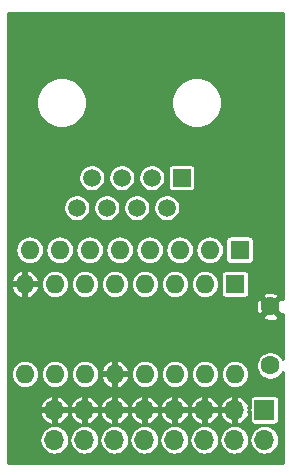
<source format=gbr>
G04 #@! TF.GenerationSoftware,KiCad,Pcbnew,(5.1.4)-1*
G04 #@! TF.CreationDate,2019-10-02T23:26:37-04:00*
G04 #@! TF.ProjectId,Quad_Diff_Out,51756164-5f44-4696-9666-5f4f75742e6b,v2*
G04 #@! TF.SameCoordinates,Original*
G04 #@! TF.FileFunction,Copper,L2,Bot*
G04 #@! TF.FilePolarity,Positive*
%FSLAX46Y46*%
G04 Gerber Fmt 4.6, Leading zero omitted, Abs format (unit mm)*
G04 Created by KiCad (PCBNEW (5.1.4)-1) date 2019-10-02 23:26:37*
%MOMM*%
%LPD*%
G04 APERTURE LIST*
%ADD10O,1.600000X1.600000*%
%ADD11R,1.600000X1.600000*%
%ADD12O,1.700000X1.700000*%
%ADD13R,1.700000X1.700000*%
%ADD14C,1.500000*%
%ADD15R,1.500000X1.500000*%
%ADD16C,1.600000*%
%ADD17C,0.254000*%
G04 APERTURE END LIST*
D10*
X158500000Y-100020000D03*
X140720000Y-92400000D03*
X155960000Y-100020000D03*
X143260000Y-92400000D03*
X153420000Y-100020000D03*
X145800000Y-92400000D03*
X150880000Y-100020000D03*
X148340000Y-92400000D03*
X148340000Y-100020000D03*
X150880000Y-92400000D03*
X145800000Y-100020000D03*
X153420000Y-92400000D03*
X143260000Y-100020000D03*
X155960000Y-92400000D03*
X140720000Y-100020000D03*
D11*
X158500000Y-92400000D03*
D10*
X141120000Y-89500000D03*
X143660000Y-89500000D03*
X146200000Y-89500000D03*
X148740000Y-89500000D03*
X151280000Y-89500000D03*
X153820000Y-89500000D03*
X156360000Y-89500000D03*
D11*
X158900000Y-89500000D03*
D12*
X143220000Y-105600000D03*
X143220000Y-103060000D03*
X145760000Y-105600000D03*
X145760000Y-103060000D03*
X148300000Y-105600000D03*
X148300000Y-103060000D03*
X150840000Y-105600000D03*
X150840000Y-103060000D03*
X153380000Y-105600000D03*
X153380000Y-103060000D03*
X155920000Y-105600000D03*
X155920000Y-103060000D03*
X158460000Y-105600000D03*
X158460000Y-103060000D03*
X161000000Y-105600000D03*
D13*
X161000000Y-103060000D03*
D14*
X145110000Y-85940000D03*
X146380000Y-83400000D03*
X147650000Y-85940000D03*
X148920000Y-83400000D03*
X150190000Y-85940000D03*
X151460000Y-83400000D03*
X152730000Y-85940000D03*
D15*
X154000000Y-83400000D03*
D16*
X161500000Y-94300000D03*
X161500000Y-99300000D03*
D17*
G36*
X162570000Y-93675672D02*
G01*
X162385355Y-93594250D01*
X161679605Y-94300000D01*
X162385355Y-95005750D01*
X162570000Y-94924328D01*
X162570000Y-98734393D01*
X162567857Y-98729219D01*
X162435984Y-98531858D01*
X162268142Y-98364016D01*
X162070781Y-98232143D01*
X161851485Y-98141308D01*
X161618682Y-98095000D01*
X161381318Y-98095000D01*
X161148515Y-98141308D01*
X160929219Y-98232143D01*
X160731858Y-98364016D01*
X160564016Y-98531858D01*
X160432143Y-98729219D01*
X160341308Y-98948515D01*
X160295000Y-99181318D01*
X160295000Y-99418682D01*
X160341308Y-99651485D01*
X160432143Y-99870781D01*
X160564016Y-100068142D01*
X160731858Y-100235984D01*
X160929219Y-100367857D01*
X161148515Y-100458692D01*
X161381318Y-100505000D01*
X161618682Y-100505000D01*
X161851485Y-100458692D01*
X162070781Y-100367857D01*
X162268142Y-100235984D01*
X162435984Y-100068142D01*
X162567857Y-99870781D01*
X162570000Y-99865607D01*
X162570000Y-107570000D01*
X139330000Y-107570000D01*
X139330000Y-105600000D01*
X141958928Y-105600000D01*
X141983159Y-105846023D01*
X142054921Y-106082591D01*
X142171457Y-106300614D01*
X142328287Y-106491713D01*
X142519386Y-106648543D01*
X142737409Y-106765079D01*
X142973977Y-106836841D01*
X143158350Y-106855000D01*
X143281650Y-106855000D01*
X143466023Y-106836841D01*
X143702591Y-106765079D01*
X143920614Y-106648543D01*
X144111713Y-106491713D01*
X144268543Y-106300614D01*
X144385079Y-106082591D01*
X144456841Y-105846023D01*
X144481072Y-105600000D01*
X144498928Y-105600000D01*
X144523159Y-105846023D01*
X144594921Y-106082591D01*
X144711457Y-106300614D01*
X144868287Y-106491713D01*
X145059386Y-106648543D01*
X145277409Y-106765079D01*
X145513977Y-106836841D01*
X145698350Y-106855000D01*
X145821650Y-106855000D01*
X146006023Y-106836841D01*
X146242591Y-106765079D01*
X146460614Y-106648543D01*
X146651713Y-106491713D01*
X146808543Y-106300614D01*
X146925079Y-106082591D01*
X146996841Y-105846023D01*
X147021072Y-105600000D01*
X147038928Y-105600000D01*
X147063159Y-105846023D01*
X147134921Y-106082591D01*
X147251457Y-106300614D01*
X147408287Y-106491713D01*
X147599386Y-106648543D01*
X147817409Y-106765079D01*
X148053977Y-106836841D01*
X148238350Y-106855000D01*
X148361650Y-106855000D01*
X148546023Y-106836841D01*
X148782591Y-106765079D01*
X149000614Y-106648543D01*
X149191713Y-106491713D01*
X149348543Y-106300614D01*
X149465079Y-106082591D01*
X149536841Y-105846023D01*
X149561072Y-105600000D01*
X149578928Y-105600000D01*
X149603159Y-105846023D01*
X149674921Y-106082591D01*
X149791457Y-106300614D01*
X149948287Y-106491713D01*
X150139386Y-106648543D01*
X150357409Y-106765079D01*
X150593977Y-106836841D01*
X150778350Y-106855000D01*
X150901650Y-106855000D01*
X151086023Y-106836841D01*
X151322591Y-106765079D01*
X151540614Y-106648543D01*
X151731713Y-106491713D01*
X151888543Y-106300614D01*
X152005079Y-106082591D01*
X152076841Y-105846023D01*
X152101072Y-105600000D01*
X152118928Y-105600000D01*
X152143159Y-105846023D01*
X152214921Y-106082591D01*
X152331457Y-106300614D01*
X152488287Y-106491713D01*
X152679386Y-106648543D01*
X152897409Y-106765079D01*
X153133977Y-106836841D01*
X153318350Y-106855000D01*
X153441650Y-106855000D01*
X153626023Y-106836841D01*
X153862591Y-106765079D01*
X154080614Y-106648543D01*
X154271713Y-106491713D01*
X154428543Y-106300614D01*
X154545079Y-106082591D01*
X154616841Y-105846023D01*
X154641072Y-105600000D01*
X154658928Y-105600000D01*
X154683159Y-105846023D01*
X154754921Y-106082591D01*
X154871457Y-106300614D01*
X155028287Y-106491713D01*
X155219386Y-106648543D01*
X155437409Y-106765079D01*
X155673977Y-106836841D01*
X155858350Y-106855000D01*
X155981650Y-106855000D01*
X156166023Y-106836841D01*
X156402591Y-106765079D01*
X156620614Y-106648543D01*
X156811713Y-106491713D01*
X156968543Y-106300614D01*
X157085079Y-106082591D01*
X157156841Y-105846023D01*
X157181072Y-105600000D01*
X157198928Y-105600000D01*
X157223159Y-105846023D01*
X157294921Y-106082591D01*
X157411457Y-106300614D01*
X157568287Y-106491713D01*
X157759386Y-106648543D01*
X157977409Y-106765079D01*
X158213977Y-106836841D01*
X158398350Y-106855000D01*
X158521650Y-106855000D01*
X158706023Y-106836841D01*
X158942591Y-106765079D01*
X159160614Y-106648543D01*
X159351713Y-106491713D01*
X159508543Y-106300614D01*
X159625079Y-106082591D01*
X159696841Y-105846023D01*
X159721072Y-105600000D01*
X159738928Y-105600000D01*
X159763159Y-105846023D01*
X159834921Y-106082591D01*
X159951457Y-106300614D01*
X160108287Y-106491713D01*
X160299386Y-106648543D01*
X160517409Y-106765079D01*
X160753977Y-106836841D01*
X160938350Y-106855000D01*
X161061650Y-106855000D01*
X161246023Y-106836841D01*
X161482591Y-106765079D01*
X161700614Y-106648543D01*
X161891713Y-106491713D01*
X162048543Y-106300614D01*
X162165079Y-106082591D01*
X162236841Y-105846023D01*
X162261072Y-105600000D01*
X162236841Y-105353977D01*
X162165079Y-105117409D01*
X162048543Y-104899386D01*
X161891713Y-104708287D01*
X161700614Y-104551457D01*
X161482591Y-104434921D01*
X161246023Y-104363159D01*
X161061650Y-104345000D01*
X160938350Y-104345000D01*
X160753977Y-104363159D01*
X160517409Y-104434921D01*
X160299386Y-104551457D01*
X160108287Y-104708287D01*
X159951457Y-104899386D01*
X159834921Y-105117409D01*
X159763159Y-105353977D01*
X159738928Y-105600000D01*
X159721072Y-105600000D01*
X159696841Y-105353977D01*
X159625079Y-105117409D01*
X159508543Y-104899386D01*
X159351713Y-104708287D01*
X159160614Y-104551457D01*
X158942591Y-104434921D01*
X158706023Y-104363159D01*
X158521650Y-104345000D01*
X158398350Y-104345000D01*
X158213977Y-104363159D01*
X157977409Y-104434921D01*
X157759386Y-104551457D01*
X157568287Y-104708287D01*
X157411457Y-104899386D01*
X157294921Y-105117409D01*
X157223159Y-105353977D01*
X157198928Y-105600000D01*
X157181072Y-105600000D01*
X157156841Y-105353977D01*
X157085079Y-105117409D01*
X156968543Y-104899386D01*
X156811713Y-104708287D01*
X156620614Y-104551457D01*
X156402591Y-104434921D01*
X156166023Y-104363159D01*
X155981650Y-104345000D01*
X155858350Y-104345000D01*
X155673977Y-104363159D01*
X155437409Y-104434921D01*
X155219386Y-104551457D01*
X155028287Y-104708287D01*
X154871457Y-104899386D01*
X154754921Y-105117409D01*
X154683159Y-105353977D01*
X154658928Y-105600000D01*
X154641072Y-105600000D01*
X154616841Y-105353977D01*
X154545079Y-105117409D01*
X154428543Y-104899386D01*
X154271713Y-104708287D01*
X154080614Y-104551457D01*
X153862591Y-104434921D01*
X153626023Y-104363159D01*
X153441650Y-104345000D01*
X153318350Y-104345000D01*
X153133977Y-104363159D01*
X152897409Y-104434921D01*
X152679386Y-104551457D01*
X152488287Y-104708287D01*
X152331457Y-104899386D01*
X152214921Y-105117409D01*
X152143159Y-105353977D01*
X152118928Y-105600000D01*
X152101072Y-105600000D01*
X152076841Y-105353977D01*
X152005079Y-105117409D01*
X151888543Y-104899386D01*
X151731713Y-104708287D01*
X151540614Y-104551457D01*
X151322591Y-104434921D01*
X151086023Y-104363159D01*
X150901650Y-104345000D01*
X150778350Y-104345000D01*
X150593977Y-104363159D01*
X150357409Y-104434921D01*
X150139386Y-104551457D01*
X149948287Y-104708287D01*
X149791457Y-104899386D01*
X149674921Y-105117409D01*
X149603159Y-105353977D01*
X149578928Y-105600000D01*
X149561072Y-105600000D01*
X149536841Y-105353977D01*
X149465079Y-105117409D01*
X149348543Y-104899386D01*
X149191713Y-104708287D01*
X149000614Y-104551457D01*
X148782591Y-104434921D01*
X148546023Y-104363159D01*
X148361650Y-104345000D01*
X148238350Y-104345000D01*
X148053977Y-104363159D01*
X147817409Y-104434921D01*
X147599386Y-104551457D01*
X147408287Y-104708287D01*
X147251457Y-104899386D01*
X147134921Y-105117409D01*
X147063159Y-105353977D01*
X147038928Y-105600000D01*
X147021072Y-105600000D01*
X146996841Y-105353977D01*
X146925079Y-105117409D01*
X146808543Y-104899386D01*
X146651713Y-104708287D01*
X146460614Y-104551457D01*
X146242591Y-104434921D01*
X146006023Y-104363159D01*
X145821650Y-104345000D01*
X145698350Y-104345000D01*
X145513977Y-104363159D01*
X145277409Y-104434921D01*
X145059386Y-104551457D01*
X144868287Y-104708287D01*
X144711457Y-104899386D01*
X144594921Y-105117409D01*
X144523159Y-105353977D01*
X144498928Y-105600000D01*
X144481072Y-105600000D01*
X144456841Y-105353977D01*
X144385079Y-105117409D01*
X144268543Y-104899386D01*
X144111713Y-104708287D01*
X143920614Y-104551457D01*
X143702591Y-104434921D01*
X143466023Y-104363159D01*
X143281650Y-104345000D01*
X143158350Y-104345000D01*
X142973977Y-104363159D01*
X142737409Y-104434921D01*
X142519386Y-104551457D01*
X142328287Y-104708287D01*
X142171457Y-104899386D01*
X142054921Y-105117409D01*
X141983159Y-105353977D01*
X141958928Y-105600000D01*
X139330000Y-105600000D01*
X139330000Y-103385471D01*
X141976896Y-103385471D01*
X142064278Y-103621735D01*
X142196074Y-103836412D01*
X142367219Y-104021252D01*
X142571136Y-104169151D01*
X142799988Y-104274426D01*
X142894529Y-104303099D01*
X143093000Y-104229374D01*
X143093000Y-103187000D01*
X143347000Y-103187000D01*
X143347000Y-104229374D01*
X143545471Y-104303099D01*
X143640012Y-104274426D01*
X143868864Y-104169151D01*
X144072781Y-104021252D01*
X144243926Y-103836412D01*
X144375722Y-103621735D01*
X144463104Y-103385471D01*
X144516896Y-103385471D01*
X144604278Y-103621735D01*
X144736074Y-103836412D01*
X144907219Y-104021252D01*
X145111136Y-104169151D01*
X145339988Y-104274426D01*
X145434529Y-104303099D01*
X145633000Y-104229374D01*
X145633000Y-103187000D01*
X145887000Y-103187000D01*
X145887000Y-104229374D01*
X146085471Y-104303099D01*
X146180012Y-104274426D01*
X146408864Y-104169151D01*
X146612781Y-104021252D01*
X146783926Y-103836412D01*
X146915722Y-103621735D01*
X147003104Y-103385471D01*
X147056896Y-103385471D01*
X147144278Y-103621735D01*
X147276074Y-103836412D01*
X147447219Y-104021252D01*
X147651136Y-104169151D01*
X147879988Y-104274426D01*
X147974529Y-104303099D01*
X148173000Y-104229374D01*
X148173000Y-103187000D01*
X148427000Y-103187000D01*
X148427000Y-104229374D01*
X148625471Y-104303099D01*
X148720012Y-104274426D01*
X148948864Y-104169151D01*
X149152781Y-104021252D01*
X149323926Y-103836412D01*
X149455722Y-103621735D01*
X149543104Y-103385471D01*
X149596896Y-103385471D01*
X149684278Y-103621735D01*
X149816074Y-103836412D01*
X149987219Y-104021252D01*
X150191136Y-104169151D01*
X150419988Y-104274426D01*
X150514529Y-104303099D01*
X150713000Y-104229374D01*
X150713000Y-103187000D01*
X150967000Y-103187000D01*
X150967000Y-104229374D01*
X151165471Y-104303099D01*
X151260012Y-104274426D01*
X151488864Y-104169151D01*
X151692781Y-104021252D01*
X151863926Y-103836412D01*
X151995722Y-103621735D01*
X152083104Y-103385471D01*
X152136896Y-103385471D01*
X152224278Y-103621735D01*
X152356074Y-103836412D01*
X152527219Y-104021252D01*
X152731136Y-104169151D01*
X152959988Y-104274426D01*
X153054529Y-104303099D01*
X153253000Y-104229374D01*
X153253000Y-103187000D01*
X153507000Y-103187000D01*
X153507000Y-104229374D01*
X153705471Y-104303099D01*
X153800012Y-104274426D01*
X154028864Y-104169151D01*
X154232781Y-104021252D01*
X154403926Y-103836412D01*
X154535722Y-103621735D01*
X154623104Y-103385471D01*
X154676896Y-103385471D01*
X154764278Y-103621735D01*
X154896074Y-103836412D01*
X155067219Y-104021252D01*
X155271136Y-104169151D01*
X155499988Y-104274426D01*
X155594529Y-104303099D01*
X155793000Y-104229374D01*
X155793000Y-103187000D01*
X156047000Y-103187000D01*
X156047000Y-104229374D01*
X156245471Y-104303099D01*
X156340012Y-104274426D01*
X156568864Y-104169151D01*
X156772781Y-104021252D01*
X156943926Y-103836412D01*
X157075722Y-103621735D01*
X157163104Y-103385471D01*
X157216896Y-103385471D01*
X157304278Y-103621735D01*
X157436074Y-103836412D01*
X157607219Y-104021252D01*
X157811136Y-104169151D01*
X158039988Y-104274426D01*
X158134529Y-104303099D01*
X158333000Y-104229374D01*
X158333000Y-103187000D01*
X157290036Y-103187000D01*
X157216896Y-103385471D01*
X157163104Y-103385471D01*
X157089964Y-103187000D01*
X156047000Y-103187000D01*
X155793000Y-103187000D01*
X154750036Y-103187000D01*
X154676896Y-103385471D01*
X154623104Y-103385471D01*
X154549964Y-103187000D01*
X153507000Y-103187000D01*
X153253000Y-103187000D01*
X152210036Y-103187000D01*
X152136896Y-103385471D01*
X152083104Y-103385471D01*
X152009964Y-103187000D01*
X150967000Y-103187000D01*
X150713000Y-103187000D01*
X149670036Y-103187000D01*
X149596896Y-103385471D01*
X149543104Y-103385471D01*
X149469964Y-103187000D01*
X148427000Y-103187000D01*
X148173000Y-103187000D01*
X147130036Y-103187000D01*
X147056896Y-103385471D01*
X147003104Y-103385471D01*
X146929964Y-103187000D01*
X145887000Y-103187000D01*
X145633000Y-103187000D01*
X144590036Y-103187000D01*
X144516896Y-103385471D01*
X144463104Y-103385471D01*
X144389964Y-103187000D01*
X143347000Y-103187000D01*
X143093000Y-103187000D01*
X142050036Y-103187000D01*
X141976896Y-103385471D01*
X139330000Y-103385471D01*
X139330000Y-102734529D01*
X141976896Y-102734529D01*
X142050036Y-102933000D01*
X143093000Y-102933000D01*
X143093000Y-101890626D01*
X143347000Y-101890626D01*
X143347000Y-102933000D01*
X144389964Y-102933000D01*
X144463104Y-102734529D01*
X144516896Y-102734529D01*
X144590036Y-102933000D01*
X145633000Y-102933000D01*
X145633000Y-101890626D01*
X145887000Y-101890626D01*
X145887000Y-102933000D01*
X146929964Y-102933000D01*
X147003104Y-102734529D01*
X147056896Y-102734529D01*
X147130036Y-102933000D01*
X148173000Y-102933000D01*
X148173000Y-101890626D01*
X148427000Y-101890626D01*
X148427000Y-102933000D01*
X149469964Y-102933000D01*
X149543104Y-102734529D01*
X149596896Y-102734529D01*
X149670036Y-102933000D01*
X150713000Y-102933000D01*
X150713000Y-101890626D01*
X150967000Y-101890626D01*
X150967000Y-102933000D01*
X152009964Y-102933000D01*
X152083104Y-102734529D01*
X152136896Y-102734529D01*
X152210036Y-102933000D01*
X153253000Y-102933000D01*
X153253000Y-101890626D01*
X153507000Y-101890626D01*
X153507000Y-102933000D01*
X154549964Y-102933000D01*
X154623104Y-102734529D01*
X154676896Y-102734529D01*
X154750036Y-102933000D01*
X155793000Y-102933000D01*
X155793000Y-101890626D01*
X156047000Y-101890626D01*
X156047000Y-102933000D01*
X157089964Y-102933000D01*
X157163104Y-102734529D01*
X157216896Y-102734529D01*
X157290036Y-102933000D01*
X158333000Y-102933000D01*
X158333000Y-101890626D01*
X158587000Y-101890626D01*
X158587000Y-102933000D01*
X158607000Y-102933000D01*
X158607000Y-103187000D01*
X158587000Y-103187000D01*
X158587000Y-104229374D01*
X158785471Y-104303099D01*
X158880012Y-104274426D01*
X159108864Y-104169151D01*
X159312781Y-104021252D01*
X159483926Y-103836412D01*
X159615722Y-103621735D01*
X159703104Y-103385471D01*
X159629965Y-103187002D01*
X159743041Y-103187002D01*
X159743041Y-103910000D01*
X159750861Y-103989394D01*
X159774019Y-104065736D01*
X159811626Y-104136094D01*
X159862237Y-104197763D01*
X159923906Y-104248374D01*
X159994264Y-104285981D01*
X160070606Y-104309139D01*
X160150000Y-104316959D01*
X161850000Y-104316959D01*
X161929394Y-104309139D01*
X162005736Y-104285981D01*
X162076094Y-104248374D01*
X162137763Y-104197763D01*
X162188374Y-104136094D01*
X162225981Y-104065736D01*
X162249139Y-103989394D01*
X162256959Y-103910000D01*
X162256959Y-102210000D01*
X162249139Y-102130606D01*
X162225981Y-102054264D01*
X162188374Y-101983906D01*
X162137763Y-101922237D01*
X162076094Y-101871626D01*
X162005736Y-101834019D01*
X161929394Y-101810861D01*
X161850000Y-101803041D01*
X160150000Y-101803041D01*
X160070606Y-101810861D01*
X159994264Y-101834019D01*
X159923906Y-101871626D01*
X159862237Y-101922237D01*
X159811626Y-101983906D01*
X159774019Y-102054264D01*
X159750861Y-102130606D01*
X159743041Y-102210000D01*
X159743041Y-102932998D01*
X159629965Y-102932998D01*
X159703104Y-102734529D01*
X159615722Y-102498265D01*
X159483926Y-102283588D01*
X159312781Y-102098748D01*
X159108864Y-101950849D01*
X158880012Y-101845574D01*
X158785471Y-101816901D01*
X158587000Y-101890626D01*
X158333000Y-101890626D01*
X158134529Y-101816901D01*
X158039988Y-101845574D01*
X157811136Y-101950849D01*
X157607219Y-102098748D01*
X157436074Y-102283588D01*
X157304278Y-102498265D01*
X157216896Y-102734529D01*
X157163104Y-102734529D01*
X157075722Y-102498265D01*
X156943926Y-102283588D01*
X156772781Y-102098748D01*
X156568864Y-101950849D01*
X156340012Y-101845574D01*
X156245471Y-101816901D01*
X156047000Y-101890626D01*
X155793000Y-101890626D01*
X155594529Y-101816901D01*
X155499988Y-101845574D01*
X155271136Y-101950849D01*
X155067219Y-102098748D01*
X154896074Y-102283588D01*
X154764278Y-102498265D01*
X154676896Y-102734529D01*
X154623104Y-102734529D01*
X154535722Y-102498265D01*
X154403926Y-102283588D01*
X154232781Y-102098748D01*
X154028864Y-101950849D01*
X153800012Y-101845574D01*
X153705471Y-101816901D01*
X153507000Y-101890626D01*
X153253000Y-101890626D01*
X153054529Y-101816901D01*
X152959988Y-101845574D01*
X152731136Y-101950849D01*
X152527219Y-102098748D01*
X152356074Y-102283588D01*
X152224278Y-102498265D01*
X152136896Y-102734529D01*
X152083104Y-102734529D01*
X151995722Y-102498265D01*
X151863926Y-102283588D01*
X151692781Y-102098748D01*
X151488864Y-101950849D01*
X151260012Y-101845574D01*
X151165471Y-101816901D01*
X150967000Y-101890626D01*
X150713000Y-101890626D01*
X150514529Y-101816901D01*
X150419988Y-101845574D01*
X150191136Y-101950849D01*
X149987219Y-102098748D01*
X149816074Y-102283588D01*
X149684278Y-102498265D01*
X149596896Y-102734529D01*
X149543104Y-102734529D01*
X149455722Y-102498265D01*
X149323926Y-102283588D01*
X149152781Y-102098748D01*
X148948864Y-101950849D01*
X148720012Y-101845574D01*
X148625471Y-101816901D01*
X148427000Y-101890626D01*
X148173000Y-101890626D01*
X147974529Y-101816901D01*
X147879988Y-101845574D01*
X147651136Y-101950849D01*
X147447219Y-102098748D01*
X147276074Y-102283588D01*
X147144278Y-102498265D01*
X147056896Y-102734529D01*
X147003104Y-102734529D01*
X146915722Y-102498265D01*
X146783926Y-102283588D01*
X146612781Y-102098748D01*
X146408864Y-101950849D01*
X146180012Y-101845574D01*
X146085471Y-101816901D01*
X145887000Y-101890626D01*
X145633000Y-101890626D01*
X145434529Y-101816901D01*
X145339988Y-101845574D01*
X145111136Y-101950849D01*
X144907219Y-102098748D01*
X144736074Y-102283588D01*
X144604278Y-102498265D01*
X144516896Y-102734529D01*
X144463104Y-102734529D01*
X144375722Y-102498265D01*
X144243926Y-102283588D01*
X144072781Y-102098748D01*
X143868864Y-101950849D01*
X143640012Y-101845574D01*
X143545471Y-101816901D01*
X143347000Y-101890626D01*
X143093000Y-101890626D01*
X142894529Y-101816901D01*
X142799988Y-101845574D01*
X142571136Y-101950849D01*
X142367219Y-102098748D01*
X142196074Y-102283588D01*
X142064278Y-102498265D01*
X141976896Y-102734529D01*
X139330000Y-102734529D01*
X139330000Y-100020000D01*
X139509170Y-100020000D01*
X139532436Y-100256221D01*
X139601339Y-100483365D01*
X139713232Y-100692701D01*
X139863814Y-100876186D01*
X140047299Y-101026768D01*
X140256635Y-101138661D01*
X140483779Y-101207564D01*
X140660808Y-101225000D01*
X140779192Y-101225000D01*
X140956221Y-101207564D01*
X141183365Y-101138661D01*
X141392701Y-101026768D01*
X141576186Y-100876186D01*
X141726768Y-100692701D01*
X141838661Y-100483365D01*
X141907564Y-100256221D01*
X141930830Y-100020000D01*
X142049170Y-100020000D01*
X142072436Y-100256221D01*
X142141339Y-100483365D01*
X142253232Y-100692701D01*
X142403814Y-100876186D01*
X142587299Y-101026768D01*
X142796635Y-101138661D01*
X143023779Y-101207564D01*
X143200808Y-101225000D01*
X143319192Y-101225000D01*
X143496221Y-101207564D01*
X143723365Y-101138661D01*
X143932701Y-101026768D01*
X144116186Y-100876186D01*
X144266768Y-100692701D01*
X144378661Y-100483365D01*
X144447564Y-100256221D01*
X144470830Y-100020000D01*
X144589170Y-100020000D01*
X144612436Y-100256221D01*
X144681339Y-100483365D01*
X144793232Y-100692701D01*
X144943814Y-100876186D01*
X145127299Y-101026768D01*
X145336635Y-101138661D01*
X145563779Y-101207564D01*
X145740808Y-101225000D01*
X145859192Y-101225000D01*
X146036221Y-101207564D01*
X146263365Y-101138661D01*
X146472701Y-101026768D01*
X146656186Y-100876186D01*
X146806768Y-100692701D01*
X146918661Y-100483365D01*
X146962875Y-100337610D01*
X147146533Y-100337610D01*
X147231428Y-100564341D01*
X147358925Y-100770153D01*
X147524124Y-100947137D01*
X147720676Y-101088492D01*
X147941029Y-101188785D01*
X148022391Y-101213462D01*
X148213000Y-101139067D01*
X148213000Y-100147000D01*
X148467000Y-100147000D01*
X148467000Y-101139067D01*
X148657609Y-101213462D01*
X148738971Y-101188785D01*
X148959324Y-101088492D01*
X149155876Y-100947137D01*
X149321075Y-100770153D01*
X149448572Y-100564341D01*
X149533467Y-100337610D01*
X149459709Y-100147000D01*
X148467000Y-100147000D01*
X148213000Y-100147000D01*
X147220291Y-100147000D01*
X147146533Y-100337610D01*
X146962875Y-100337610D01*
X146987564Y-100256221D01*
X147010830Y-100020000D01*
X149669170Y-100020000D01*
X149692436Y-100256221D01*
X149761339Y-100483365D01*
X149873232Y-100692701D01*
X150023814Y-100876186D01*
X150207299Y-101026768D01*
X150416635Y-101138661D01*
X150643779Y-101207564D01*
X150820808Y-101225000D01*
X150939192Y-101225000D01*
X151116221Y-101207564D01*
X151343365Y-101138661D01*
X151552701Y-101026768D01*
X151736186Y-100876186D01*
X151886768Y-100692701D01*
X151998661Y-100483365D01*
X152067564Y-100256221D01*
X152090830Y-100020000D01*
X152209170Y-100020000D01*
X152232436Y-100256221D01*
X152301339Y-100483365D01*
X152413232Y-100692701D01*
X152563814Y-100876186D01*
X152747299Y-101026768D01*
X152956635Y-101138661D01*
X153183779Y-101207564D01*
X153360808Y-101225000D01*
X153479192Y-101225000D01*
X153656221Y-101207564D01*
X153883365Y-101138661D01*
X154092701Y-101026768D01*
X154276186Y-100876186D01*
X154426768Y-100692701D01*
X154538661Y-100483365D01*
X154607564Y-100256221D01*
X154630830Y-100020000D01*
X154749170Y-100020000D01*
X154772436Y-100256221D01*
X154841339Y-100483365D01*
X154953232Y-100692701D01*
X155103814Y-100876186D01*
X155287299Y-101026768D01*
X155496635Y-101138661D01*
X155723779Y-101207564D01*
X155900808Y-101225000D01*
X156019192Y-101225000D01*
X156196221Y-101207564D01*
X156423365Y-101138661D01*
X156632701Y-101026768D01*
X156816186Y-100876186D01*
X156966768Y-100692701D01*
X157078661Y-100483365D01*
X157147564Y-100256221D01*
X157170830Y-100020000D01*
X157289170Y-100020000D01*
X157312436Y-100256221D01*
X157381339Y-100483365D01*
X157493232Y-100692701D01*
X157643814Y-100876186D01*
X157827299Y-101026768D01*
X158036635Y-101138661D01*
X158263779Y-101207564D01*
X158440808Y-101225000D01*
X158559192Y-101225000D01*
X158736221Y-101207564D01*
X158963365Y-101138661D01*
X159172701Y-101026768D01*
X159356186Y-100876186D01*
X159506768Y-100692701D01*
X159618661Y-100483365D01*
X159687564Y-100256221D01*
X159710830Y-100020000D01*
X159687564Y-99783779D01*
X159618661Y-99556635D01*
X159506768Y-99347299D01*
X159356186Y-99163814D01*
X159172701Y-99013232D01*
X158963365Y-98901339D01*
X158736221Y-98832436D01*
X158559192Y-98815000D01*
X158440808Y-98815000D01*
X158263779Y-98832436D01*
X158036635Y-98901339D01*
X157827299Y-99013232D01*
X157643814Y-99163814D01*
X157493232Y-99347299D01*
X157381339Y-99556635D01*
X157312436Y-99783779D01*
X157289170Y-100020000D01*
X157170830Y-100020000D01*
X157147564Y-99783779D01*
X157078661Y-99556635D01*
X156966768Y-99347299D01*
X156816186Y-99163814D01*
X156632701Y-99013232D01*
X156423365Y-98901339D01*
X156196221Y-98832436D01*
X156019192Y-98815000D01*
X155900808Y-98815000D01*
X155723779Y-98832436D01*
X155496635Y-98901339D01*
X155287299Y-99013232D01*
X155103814Y-99163814D01*
X154953232Y-99347299D01*
X154841339Y-99556635D01*
X154772436Y-99783779D01*
X154749170Y-100020000D01*
X154630830Y-100020000D01*
X154607564Y-99783779D01*
X154538661Y-99556635D01*
X154426768Y-99347299D01*
X154276186Y-99163814D01*
X154092701Y-99013232D01*
X153883365Y-98901339D01*
X153656221Y-98832436D01*
X153479192Y-98815000D01*
X153360808Y-98815000D01*
X153183779Y-98832436D01*
X152956635Y-98901339D01*
X152747299Y-99013232D01*
X152563814Y-99163814D01*
X152413232Y-99347299D01*
X152301339Y-99556635D01*
X152232436Y-99783779D01*
X152209170Y-100020000D01*
X152090830Y-100020000D01*
X152067564Y-99783779D01*
X151998661Y-99556635D01*
X151886768Y-99347299D01*
X151736186Y-99163814D01*
X151552701Y-99013232D01*
X151343365Y-98901339D01*
X151116221Y-98832436D01*
X150939192Y-98815000D01*
X150820808Y-98815000D01*
X150643779Y-98832436D01*
X150416635Y-98901339D01*
X150207299Y-99013232D01*
X150023814Y-99163814D01*
X149873232Y-99347299D01*
X149761339Y-99556635D01*
X149692436Y-99783779D01*
X149669170Y-100020000D01*
X147010830Y-100020000D01*
X146987564Y-99783779D01*
X146962876Y-99702390D01*
X147146533Y-99702390D01*
X147220291Y-99893000D01*
X148213000Y-99893000D01*
X148213000Y-98900933D01*
X148467000Y-98900933D01*
X148467000Y-99893000D01*
X149459709Y-99893000D01*
X149533467Y-99702390D01*
X149448572Y-99475659D01*
X149321075Y-99269847D01*
X149155876Y-99092863D01*
X148959324Y-98951508D01*
X148738971Y-98851215D01*
X148657609Y-98826538D01*
X148467000Y-98900933D01*
X148213000Y-98900933D01*
X148022391Y-98826538D01*
X147941029Y-98851215D01*
X147720676Y-98951508D01*
X147524124Y-99092863D01*
X147358925Y-99269847D01*
X147231428Y-99475659D01*
X147146533Y-99702390D01*
X146962876Y-99702390D01*
X146918661Y-99556635D01*
X146806768Y-99347299D01*
X146656186Y-99163814D01*
X146472701Y-99013232D01*
X146263365Y-98901339D01*
X146036221Y-98832436D01*
X145859192Y-98815000D01*
X145740808Y-98815000D01*
X145563779Y-98832436D01*
X145336635Y-98901339D01*
X145127299Y-99013232D01*
X144943814Y-99163814D01*
X144793232Y-99347299D01*
X144681339Y-99556635D01*
X144612436Y-99783779D01*
X144589170Y-100020000D01*
X144470830Y-100020000D01*
X144447564Y-99783779D01*
X144378661Y-99556635D01*
X144266768Y-99347299D01*
X144116186Y-99163814D01*
X143932701Y-99013232D01*
X143723365Y-98901339D01*
X143496221Y-98832436D01*
X143319192Y-98815000D01*
X143200808Y-98815000D01*
X143023779Y-98832436D01*
X142796635Y-98901339D01*
X142587299Y-99013232D01*
X142403814Y-99163814D01*
X142253232Y-99347299D01*
X142141339Y-99556635D01*
X142072436Y-99783779D01*
X142049170Y-100020000D01*
X141930830Y-100020000D01*
X141907564Y-99783779D01*
X141838661Y-99556635D01*
X141726768Y-99347299D01*
X141576186Y-99163814D01*
X141392701Y-99013232D01*
X141183365Y-98901339D01*
X140956221Y-98832436D01*
X140779192Y-98815000D01*
X140660808Y-98815000D01*
X140483779Y-98832436D01*
X140256635Y-98901339D01*
X140047299Y-99013232D01*
X139863814Y-99163814D01*
X139713232Y-99347299D01*
X139601339Y-99556635D01*
X139532436Y-99783779D01*
X139509170Y-100020000D01*
X139330000Y-100020000D01*
X139330000Y-95185355D01*
X160794250Y-95185355D01*
X160877148Y-95373348D01*
X161098516Y-95474237D01*
X161335313Y-95530000D01*
X161578438Y-95538495D01*
X161818549Y-95499395D01*
X162046418Y-95414202D01*
X162122852Y-95373348D01*
X162205750Y-95185355D01*
X161500000Y-94479605D01*
X160794250Y-95185355D01*
X139330000Y-95185355D01*
X139330000Y-94378438D01*
X160261505Y-94378438D01*
X160300605Y-94618549D01*
X160385798Y-94846418D01*
X160426652Y-94922852D01*
X160614645Y-95005750D01*
X161320395Y-94300000D01*
X160614645Y-93594250D01*
X160426652Y-93677148D01*
X160325763Y-93898516D01*
X160270000Y-94135313D01*
X160261505Y-94378438D01*
X139330000Y-94378438D01*
X139330000Y-92717610D01*
X139526533Y-92717610D01*
X139611428Y-92944341D01*
X139738925Y-93150153D01*
X139904124Y-93327137D01*
X140100676Y-93468492D01*
X140321029Y-93568785D01*
X140402391Y-93593462D01*
X140593000Y-93519067D01*
X140593000Y-92527000D01*
X140847000Y-92527000D01*
X140847000Y-93519067D01*
X141037609Y-93593462D01*
X141118971Y-93568785D01*
X141339324Y-93468492D01*
X141535876Y-93327137D01*
X141701075Y-93150153D01*
X141828572Y-92944341D01*
X141913467Y-92717610D01*
X141839709Y-92527000D01*
X140847000Y-92527000D01*
X140593000Y-92527000D01*
X139600291Y-92527000D01*
X139526533Y-92717610D01*
X139330000Y-92717610D01*
X139330000Y-92400000D01*
X142049170Y-92400000D01*
X142072436Y-92636221D01*
X142141339Y-92863365D01*
X142253232Y-93072701D01*
X142403814Y-93256186D01*
X142587299Y-93406768D01*
X142796635Y-93518661D01*
X143023779Y-93587564D01*
X143200808Y-93605000D01*
X143319192Y-93605000D01*
X143496221Y-93587564D01*
X143723365Y-93518661D01*
X143932701Y-93406768D01*
X144116186Y-93256186D01*
X144266768Y-93072701D01*
X144378661Y-92863365D01*
X144447564Y-92636221D01*
X144470830Y-92400000D01*
X144589170Y-92400000D01*
X144612436Y-92636221D01*
X144681339Y-92863365D01*
X144793232Y-93072701D01*
X144943814Y-93256186D01*
X145127299Y-93406768D01*
X145336635Y-93518661D01*
X145563779Y-93587564D01*
X145740808Y-93605000D01*
X145859192Y-93605000D01*
X146036221Y-93587564D01*
X146263365Y-93518661D01*
X146472701Y-93406768D01*
X146656186Y-93256186D01*
X146806768Y-93072701D01*
X146918661Y-92863365D01*
X146987564Y-92636221D01*
X147010830Y-92400000D01*
X147129170Y-92400000D01*
X147152436Y-92636221D01*
X147221339Y-92863365D01*
X147333232Y-93072701D01*
X147483814Y-93256186D01*
X147667299Y-93406768D01*
X147876635Y-93518661D01*
X148103779Y-93587564D01*
X148280808Y-93605000D01*
X148399192Y-93605000D01*
X148576221Y-93587564D01*
X148803365Y-93518661D01*
X149012701Y-93406768D01*
X149196186Y-93256186D01*
X149346768Y-93072701D01*
X149458661Y-92863365D01*
X149527564Y-92636221D01*
X149550830Y-92400000D01*
X149669170Y-92400000D01*
X149692436Y-92636221D01*
X149761339Y-92863365D01*
X149873232Y-93072701D01*
X150023814Y-93256186D01*
X150207299Y-93406768D01*
X150416635Y-93518661D01*
X150643779Y-93587564D01*
X150820808Y-93605000D01*
X150939192Y-93605000D01*
X151116221Y-93587564D01*
X151343365Y-93518661D01*
X151552701Y-93406768D01*
X151736186Y-93256186D01*
X151886768Y-93072701D01*
X151998661Y-92863365D01*
X152067564Y-92636221D01*
X152090830Y-92400000D01*
X152209170Y-92400000D01*
X152232436Y-92636221D01*
X152301339Y-92863365D01*
X152413232Y-93072701D01*
X152563814Y-93256186D01*
X152747299Y-93406768D01*
X152956635Y-93518661D01*
X153183779Y-93587564D01*
X153360808Y-93605000D01*
X153479192Y-93605000D01*
X153656221Y-93587564D01*
X153883365Y-93518661D01*
X154092701Y-93406768D01*
X154276186Y-93256186D01*
X154426768Y-93072701D01*
X154538661Y-92863365D01*
X154607564Y-92636221D01*
X154630830Y-92400000D01*
X154749170Y-92400000D01*
X154772436Y-92636221D01*
X154841339Y-92863365D01*
X154953232Y-93072701D01*
X155103814Y-93256186D01*
X155287299Y-93406768D01*
X155496635Y-93518661D01*
X155723779Y-93587564D01*
X155900808Y-93605000D01*
X156019192Y-93605000D01*
X156196221Y-93587564D01*
X156423365Y-93518661D01*
X156632701Y-93406768D01*
X156816186Y-93256186D01*
X156966768Y-93072701D01*
X157078661Y-92863365D01*
X157147564Y-92636221D01*
X157170830Y-92400000D01*
X157147564Y-92163779D01*
X157078661Y-91936635D01*
X156966768Y-91727299D01*
X156862297Y-91600000D01*
X157293041Y-91600000D01*
X157293041Y-93200000D01*
X157300861Y-93279394D01*
X157324019Y-93355736D01*
X157361626Y-93426094D01*
X157412237Y-93487763D01*
X157473906Y-93538374D01*
X157544264Y-93575981D01*
X157620606Y-93599139D01*
X157700000Y-93606959D01*
X159300000Y-93606959D01*
X159379394Y-93599139D01*
X159455736Y-93575981D01*
X159526094Y-93538374D01*
X159587763Y-93487763D01*
X159638374Y-93426094D01*
X159644493Y-93414645D01*
X160794250Y-93414645D01*
X161500000Y-94120395D01*
X162205750Y-93414645D01*
X162122852Y-93226652D01*
X161901484Y-93125763D01*
X161664687Y-93070000D01*
X161421562Y-93061505D01*
X161181451Y-93100605D01*
X160953582Y-93185798D01*
X160877148Y-93226652D01*
X160794250Y-93414645D01*
X159644493Y-93414645D01*
X159675981Y-93355736D01*
X159699139Y-93279394D01*
X159706959Y-93200000D01*
X159706959Y-91600000D01*
X159699139Y-91520606D01*
X159675981Y-91444264D01*
X159638374Y-91373906D01*
X159587763Y-91312237D01*
X159526094Y-91261626D01*
X159455736Y-91224019D01*
X159379394Y-91200861D01*
X159300000Y-91193041D01*
X157700000Y-91193041D01*
X157620606Y-91200861D01*
X157544264Y-91224019D01*
X157473906Y-91261626D01*
X157412237Y-91312237D01*
X157361626Y-91373906D01*
X157324019Y-91444264D01*
X157300861Y-91520606D01*
X157293041Y-91600000D01*
X156862297Y-91600000D01*
X156816186Y-91543814D01*
X156632701Y-91393232D01*
X156423365Y-91281339D01*
X156196221Y-91212436D01*
X156019192Y-91195000D01*
X155900808Y-91195000D01*
X155723779Y-91212436D01*
X155496635Y-91281339D01*
X155287299Y-91393232D01*
X155103814Y-91543814D01*
X154953232Y-91727299D01*
X154841339Y-91936635D01*
X154772436Y-92163779D01*
X154749170Y-92400000D01*
X154630830Y-92400000D01*
X154607564Y-92163779D01*
X154538661Y-91936635D01*
X154426768Y-91727299D01*
X154276186Y-91543814D01*
X154092701Y-91393232D01*
X153883365Y-91281339D01*
X153656221Y-91212436D01*
X153479192Y-91195000D01*
X153360808Y-91195000D01*
X153183779Y-91212436D01*
X152956635Y-91281339D01*
X152747299Y-91393232D01*
X152563814Y-91543814D01*
X152413232Y-91727299D01*
X152301339Y-91936635D01*
X152232436Y-92163779D01*
X152209170Y-92400000D01*
X152090830Y-92400000D01*
X152067564Y-92163779D01*
X151998661Y-91936635D01*
X151886768Y-91727299D01*
X151736186Y-91543814D01*
X151552701Y-91393232D01*
X151343365Y-91281339D01*
X151116221Y-91212436D01*
X150939192Y-91195000D01*
X150820808Y-91195000D01*
X150643779Y-91212436D01*
X150416635Y-91281339D01*
X150207299Y-91393232D01*
X150023814Y-91543814D01*
X149873232Y-91727299D01*
X149761339Y-91936635D01*
X149692436Y-92163779D01*
X149669170Y-92400000D01*
X149550830Y-92400000D01*
X149527564Y-92163779D01*
X149458661Y-91936635D01*
X149346768Y-91727299D01*
X149196186Y-91543814D01*
X149012701Y-91393232D01*
X148803365Y-91281339D01*
X148576221Y-91212436D01*
X148399192Y-91195000D01*
X148280808Y-91195000D01*
X148103779Y-91212436D01*
X147876635Y-91281339D01*
X147667299Y-91393232D01*
X147483814Y-91543814D01*
X147333232Y-91727299D01*
X147221339Y-91936635D01*
X147152436Y-92163779D01*
X147129170Y-92400000D01*
X147010830Y-92400000D01*
X146987564Y-92163779D01*
X146918661Y-91936635D01*
X146806768Y-91727299D01*
X146656186Y-91543814D01*
X146472701Y-91393232D01*
X146263365Y-91281339D01*
X146036221Y-91212436D01*
X145859192Y-91195000D01*
X145740808Y-91195000D01*
X145563779Y-91212436D01*
X145336635Y-91281339D01*
X145127299Y-91393232D01*
X144943814Y-91543814D01*
X144793232Y-91727299D01*
X144681339Y-91936635D01*
X144612436Y-92163779D01*
X144589170Y-92400000D01*
X144470830Y-92400000D01*
X144447564Y-92163779D01*
X144378661Y-91936635D01*
X144266768Y-91727299D01*
X144116186Y-91543814D01*
X143932701Y-91393232D01*
X143723365Y-91281339D01*
X143496221Y-91212436D01*
X143319192Y-91195000D01*
X143200808Y-91195000D01*
X143023779Y-91212436D01*
X142796635Y-91281339D01*
X142587299Y-91393232D01*
X142403814Y-91543814D01*
X142253232Y-91727299D01*
X142141339Y-91936635D01*
X142072436Y-92163779D01*
X142049170Y-92400000D01*
X139330000Y-92400000D01*
X139330000Y-92082390D01*
X139526533Y-92082390D01*
X139600291Y-92273000D01*
X140593000Y-92273000D01*
X140593000Y-91280933D01*
X140847000Y-91280933D01*
X140847000Y-92273000D01*
X141839709Y-92273000D01*
X141913467Y-92082390D01*
X141828572Y-91855659D01*
X141701075Y-91649847D01*
X141535876Y-91472863D01*
X141339324Y-91331508D01*
X141118971Y-91231215D01*
X141037609Y-91206538D01*
X140847000Y-91280933D01*
X140593000Y-91280933D01*
X140402391Y-91206538D01*
X140321029Y-91231215D01*
X140100676Y-91331508D01*
X139904124Y-91472863D01*
X139738925Y-91649847D01*
X139611428Y-91855659D01*
X139526533Y-92082390D01*
X139330000Y-92082390D01*
X139330000Y-89500000D01*
X139909170Y-89500000D01*
X139932436Y-89736221D01*
X140001339Y-89963365D01*
X140113232Y-90172701D01*
X140263814Y-90356186D01*
X140447299Y-90506768D01*
X140656635Y-90618661D01*
X140883779Y-90687564D01*
X141060808Y-90705000D01*
X141179192Y-90705000D01*
X141356221Y-90687564D01*
X141583365Y-90618661D01*
X141792701Y-90506768D01*
X141976186Y-90356186D01*
X142126768Y-90172701D01*
X142238661Y-89963365D01*
X142307564Y-89736221D01*
X142330830Y-89500000D01*
X142449170Y-89500000D01*
X142472436Y-89736221D01*
X142541339Y-89963365D01*
X142653232Y-90172701D01*
X142803814Y-90356186D01*
X142987299Y-90506768D01*
X143196635Y-90618661D01*
X143423779Y-90687564D01*
X143600808Y-90705000D01*
X143719192Y-90705000D01*
X143896221Y-90687564D01*
X144123365Y-90618661D01*
X144332701Y-90506768D01*
X144516186Y-90356186D01*
X144666768Y-90172701D01*
X144778661Y-89963365D01*
X144847564Y-89736221D01*
X144870830Y-89500000D01*
X144989170Y-89500000D01*
X145012436Y-89736221D01*
X145081339Y-89963365D01*
X145193232Y-90172701D01*
X145343814Y-90356186D01*
X145527299Y-90506768D01*
X145736635Y-90618661D01*
X145963779Y-90687564D01*
X146140808Y-90705000D01*
X146259192Y-90705000D01*
X146436221Y-90687564D01*
X146663365Y-90618661D01*
X146872701Y-90506768D01*
X147056186Y-90356186D01*
X147206768Y-90172701D01*
X147318661Y-89963365D01*
X147387564Y-89736221D01*
X147410830Y-89500000D01*
X147529170Y-89500000D01*
X147552436Y-89736221D01*
X147621339Y-89963365D01*
X147733232Y-90172701D01*
X147883814Y-90356186D01*
X148067299Y-90506768D01*
X148276635Y-90618661D01*
X148503779Y-90687564D01*
X148680808Y-90705000D01*
X148799192Y-90705000D01*
X148976221Y-90687564D01*
X149203365Y-90618661D01*
X149412701Y-90506768D01*
X149596186Y-90356186D01*
X149746768Y-90172701D01*
X149858661Y-89963365D01*
X149927564Y-89736221D01*
X149950830Y-89500000D01*
X150069170Y-89500000D01*
X150092436Y-89736221D01*
X150161339Y-89963365D01*
X150273232Y-90172701D01*
X150423814Y-90356186D01*
X150607299Y-90506768D01*
X150816635Y-90618661D01*
X151043779Y-90687564D01*
X151220808Y-90705000D01*
X151339192Y-90705000D01*
X151516221Y-90687564D01*
X151743365Y-90618661D01*
X151952701Y-90506768D01*
X152136186Y-90356186D01*
X152286768Y-90172701D01*
X152398661Y-89963365D01*
X152467564Y-89736221D01*
X152490830Y-89500000D01*
X152609170Y-89500000D01*
X152632436Y-89736221D01*
X152701339Y-89963365D01*
X152813232Y-90172701D01*
X152963814Y-90356186D01*
X153147299Y-90506768D01*
X153356635Y-90618661D01*
X153583779Y-90687564D01*
X153760808Y-90705000D01*
X153879192Y-90705000D01*
X154056221Y-90687564D01*
X154283365Y-90618661D01*
X154492701Y-90506768D01*
X154676186Y-90356186D01*
X154826768Y-90172701D01*
X154938661Y-89963365D01*
X155007564Y-89736221D01*
X155030830Y-89500000D01*
X155149170Y-89500000D01*
X155172436Y-89736221D01*
X155241339Y-89963365D01*
X155353232Y-90172701D01*
X155503814Y-90356186D01*
X155687299Y-90506768D01*
X155896635Y-90618661D01*
X156123779Y-90687564D01*
X156300808Y-90705000D01*
X156419192Y-90705000D01*
X156596221Y-90687564D01*
X156823365Y-90618661D01*
X157032701Y-90506768D01*
X157216186Y-90356186D01*
X157366768Y-90172701D01*
X157478661Y-89963365D01*
X157547564Y-89736221D01*
X157570830Y-89500000D01*
X157547564Y-89263779D01*
X157478661Y-89036635D01*
X157366768Y-88827299D01*
X157262297Y-88700000D01*
X157693041Y-88700000D01*
X157693041Y-90300000D01*
X157700861Y-90379394D01*
X157724019Y-90455736D01*
X157761626Y-90526094D01*
X157812237Y-90587763D01*
X157873906Y-90638374D01*
X157944264Y-90675981D01*
X158020606Y-90699139D01*
X158100000Y-90706959D01*
X159700000Y-90706959D01*
X159779394Y-90699139D01*
X159855736Y-90675981D01*
X159926094Y-90638374D01*
X159987763Y-90587763D01*
X160038374Y-90526094D01*
X160075981Y-90455736D01*
X160099139Y-90379394D01*
X160106959Y-90300000D01*
X160106959Y-88700000D01*
X160099139Y-88620606D01*
X160075981Y-88544264D01*
X160038374Y-88473906D01*
X159987763Y-88412237D01*
X159926094Y-88361626D01*
X159855736Y-88324019D01*
X159779394Y-88300861D01*
X159700000Y-88293041D01*
X158100000Y-88293041D01*
X158020606Y-88300861D01*
X157944264Y-88324019D01*
X157873906Y-88361626D01*
X157812237Y-88412237D01*
X157761626Y-88473906D01*
X157724019Y-88544264D01*
X157700861Y-88620606D01*
X157693041Y-88700000D01*
X157262297Y-88700000D01*
X157216186Y-88643814D01*
X157032701Y-88493232D01*
X156823365Y-88381339D01*
X156596221Y-88312436D01*
X156419192Y-88295000D01*
X156300808Y-88295000D01*
X156123779Y-88312436D01*
X155896635Y-88381339D01*
X155687299Y-88493232D01*
X155503814Y-88643814D01*
X155353232Y-88827299D01*
X155241339Y-89036635D01*
X155172436Y-89263779D01*
X155149170Y-89500000D01*
X155030830Y-89500000D01*
X155007564Y-89263779D01*
X154938661Y-89036635D01*
X154826768Y-88827299D01*
X154676186Y-88643814D01*
X154492701Y-88493232D01*
X154283365Y-88381339D01*
X154056221Y-88312436D01*
X153879192Y-88295000D01*
X153760808Y-88295000D01*
X153583779Y-88312436D01*
X153356635Y-88381339D01*
X153147299Y-88493232D01*
X152963814Y-88643814D01*
X152813232Y-88827299D01*
X152701339Y-89036635D01*
X152632436Y-89263779D01*
X152609170Y-89500000D01*
X152490830Y-89500000D01*
X152467564Y-89263779D01*
X152398661Y-89036635D01*
X152286768Y-88827299D01*
X152136186Y-88643814D01*
X151952701Y-88493232D01*
X151743365Y-88381339D01*
X151516221Y-88312436D01*
X151339192Y-88295000D01*
X151220808Y-88295000D01*
X151043779Y-88312436D01*
X150816635Y-88381339D01*
X150607299Y-88493232D01*
X150423814Y-88643814D01*
X150273232Y-88827299D01*
X150161339Y-89036635D01*
X150092436Y-89263779D01*
X150069170Y-89500000D01*
X149950830Y-89500000D01*
X149927564Y-89263779D01*
X149858661Y-89036635D01*
X149746768Y-88827299D01*
X149596186Y-88643814D01*
X149412701Y-88493232D01*
X149203365Y-88381339D01*
X148976221Y-88312436D01*
X148799192Y-88295000D01*
X148680808Y-88295000D01*
X148503779Y-88312436D01*
X148276635Y-88381339D01*
X148067299Y-88493232D01*
X147883814Y-88643814D01*
X147733232Y-88827299D01*
X147621339Y-89036635D01*
X147552436Y-89263779D01*
X147529170Y-89500000D01*
X147410830Y-89500000D01*
X147387564Y-89263779D01*
X147318661Y-89036635D01*
X147206768Y-88827299D01*
X147056186Y-88643814D01*
X146872701Y-88493232D01*
X146663365Y-88381339D01*
X146436221Y-88312436D01*
X146259192Y-88295000D01*
X146140808Y-88295000D01*
X145963779Y-88312436D01*
X145736635Y-88381339D01*
X145527299Y-88493232D01*
X145343814Y-88643814D01*
X145193232Y-88827299D01*
X145081339Y-89036635D01*
X145012436Y-89263779D01*
X144989170Y-89500000D01*
X144870830Y-89500000D01*
X144847564Y-89263779D01*
X144778661Y-89036635D01*
X144666768Y-88827299D01*
X144516186Y-88643814D01*
X144332701Y-88493232D01*
X144123365Y-88381339D01*
X143896221Y-88312436D01*
X143719192Y-88295000D01*
X143600808Y-88295000D01*
X143423779Y-88312436D01*
X143196635Y-88381339D01*
X142987299Y-88493232D01*
X142803814Y-88643814D01*
X142653232Y-88827299D01*
X142541339Y-89036635D01*
X142472436Y-89263779D01*
X142449170Y-89500000D01*
X142330830Y-89500000D01*
X142307564Y-89263779D01*
X142238661Y-89036635D01*
X142126768Y-88827299D01*
X141976186Y-88643814D01*
X141792701Y-88493232D01*
X141583365Y-88381339D01*
X141356221Y-88312436D01*
X141179192Y-88295000D01*
X141060808Y-88295000D01*
X140883779Y-88312436D01*
X140656635Y-88381339D01*
X140447299Y-88493232D01*
X140263814Y-88643814D01*
X140113232Y-88827299D01*
X140001339Y-89036635D01*
X139932436Y-89263779D01*
X139909170Y-89500000D01*
X139330000Y-89500000D01*
X139330000Y-85826242D01*
X143955000Y-85826242D01*
X143955000Y-86053758D01*
X143999386Y-86276901D01*
X144086452Y-86487098D01*
X144212853Y-86676270D01*
X144373730Y-86837147D01*
X144562902Y-86963548D01*
X144773099Y-87050614D01*
X144996242Y-87095000D01*
X145223758Y-87095000D01*
X145446901Y-87050614D01*
X145657098Y-86963548D01*
X145846270Y-86837147D01*
X146007147Y-86676270D01*
X146133548Y-86487098D01*
X146220614Y-86276901D01*
X146265000Y-86053758D01*
X146265000Y-85826242D01*
X146495000Y-85826242D01*
X146495000Y-86053758D01*
X146539386Y-86276901D01*
X146626452Y-86487098D01*
X146752853Y-86676270D01*
X146913730Y-86837147D01*
X147102902Y-86963548D01*
X147313099Y-87050614D01*
X147536242Y-87095000D01*
X147763758Y-87095000D01*
X147986901Y-87050614D01*
X148197098Y-86963548D01*
X148386270Y-86837147D01*
X148547147Y-86676270D01*
X148673548Y-86487098D01*
X148760614Y-86276901D01*
X148805000Y-86053758D01*
X148805000Y-85826242D01*
X149035000Y-85826242D01*
X149035000Y-86053758D01*
X149079386Y-86276901D01*
X149166452Y-86487098D01*
X149292853Y-86676270D01*
X149453730Y-86837147D01*
X149642902Y-86963548D01*
X149853099Y-87050614D01*
X150076242Y-87095000D01*
X150303758Y-87095000D01*
X150526901Y-87050614D01*
X150737098Y-86963548D01*
X150926270Y-86837147D01*
X151087147Y-86676270D01*
X151213548Y-86487098D01*
X151300614Y-86276901D01*
X151345000Y-86053758D01*
X151345000Y-85826242D01*
X151575000Y-85826242D01*
X151575000Y-86053758D01*
X151619386Y-86276901D01*
X151706452Y-86487098D01*
X151832853Y-86676270D01*
X151993730Y-86837147D01*
X152182902Y-86963548D01*
X152393099Y-87050614D01*
X152616242Y-87095000D01*
X152843758Y-87095000D01*
X153066901Y-87050614D01*
X153277098Y-86963548D01*
X153466270Y-86837147D01*
X153627147Y-86676270D01*
X153753548Y-86487098D01*
X153840614Y-86276901D01*
X153885000Y-86053758D01*
X153885000Y-85826242D01*
X153840614Y-85603099D01*
X153753548Y-85392902D01*
X153627147Y-85203730D01*
X153466270Y-85042853D01*
X153277098Y-84916452D01*
X153066901Y-84829386D01*
X152843758Y-84785000D01*
X152616242Y-84785000D01*
X152393099Y-84829386D01*
X152182902Y-84916452D01*
X151993730Y-85042853D01*
X151832853Y-85203730D01*
X151706452Y-85392902D01*
X151619386Y-85603099D01*
X151575000Y-85826242D01*
X151345000Y-85826242D01*
X151300614Y-85603099D01*
X151213548Y-85392902D01*
X151087147Y-85203730D01*
X150926270Y-85042853D01*
X150737098Y-84916452D01*
X150526901Y-84829386D01*
X150303758Y-84785000D01*
X150076242Y-84785000D01*
X149853099Y-84829386D01*
X149642902Y-84916452D01*
X149453730Y-85042853D01*
X149292853Y-85203730D01*
X149166452Y-85392902D01*
X149079386Y-85603099D01*
X149035000Y-85826242D01*
X148805000Y-85826242D01*
X148760614Y-85603099D01*
X148673548Y-85392902D01*
X148547147Y-85203730D01*
X148386270Y-85042853D01*
X148197098Y-84916452D01*
X147986901Y-84829386D01*
X147763758Y-84785000D01*
X147536242Y-84785000D01*
X147313099Y-84829386D01*
X147102902Y-84916452D01*
X146913730Y-85042853D01*
X146752853Y-85203730D01*
X146626452Y-85392902D01*
X146539386Y-85603099D01*
X146495000Y-85826242D01*
X146265000Y-85826242D01*
X146220614Y-85603099D01*
X146133548Y-85392902D01*
X146007147Y-85203730D01*
X145846270Y-85042853D01*
X145657098Y-84916452D01*
X145446901Y-84829386D01*
X145223758Y-84785000D01*
X144996242Y-84785000D01*
X144773099Y-84829386D01*
X144562902Y-84916452D01*
X144373730Y-85042853D01*
X144212853Y-85203730D01*
X144086452Y-85392902D01*
X143999386Y-85603099D01*
X143955000Y-85826242D01*
X139330000Y-85826242D01*
X139330000Y-83286242D01*
X145225000Y-83286242D01*
X145225000Y-83513758D01*
X145269386Y-83736901D01*
X145356452Y-83947098D01*
X145482853Y-84136270D01*
X145643730Y-84297147D01*
X145832902Y-84423548D01*
X146043099Y-84510614D01*
X146266242Y-84555000D01*
X146493758Y-84555000D01*
X146716901Y-84510614D01*
X146927098Y-84423548D01*
X147116270Y-84297147D01*
X147277147Y-84136270D01*
X147403548Y-83947098D01*
X147490614Y-83736901D01*
X147535000Y-83513758D01*
X147535000Y-83286242D01*
X147765000Y-83286242D01*
X147765000Y-83513758D01*
X147809386Y-83736901D01*
X147896452Y-83947098D01*
X148022853Y-84136270D01*
X148183730Y-84297147D01*
X148372902Y-84423548D01*
X148583099Y-84510614D01*
X148806242Y-84555000D01*
X149033758Y-84555000D01*
X149256901Y-84510614D01*
X149467098Y-84423548D01*
X149656270Y-84297147D01*
X149817147Y-84136270D01*
X149943548Y-83947098D01*
X150030614Y-83736901D01*
X150075000Y-83513758D01*
X150075000Y-83286242D01*
X150305000Y-83286242D01*
X150305000Y-83513758D01*
X150349386Y-83736901D01*
X150436452Y-83947098D01*
X150562853Y-84136270D01*
X150723730Y-84297147D01*
X150912902Y-84423548D01*
X151123099Y-84510614D01*
X151346242Y-84555000D01*
X151573758Y-84555000D01*
X151796901Y-84510614D01*
X152007098Y-84423548D01*
X152196270Y-84297147D01*
X152357147Y-84136270D01*
X152483548Y-83947098D01*
X152570614Y-83736901D01*
X152615000Y-83513758D01*
X152615000Y-83286242D01*
X152570614Y-83063099D01*
X152483548Y-82852902D01*
X152357147Y-82663730D01*
X152343417Y-82650000D01*
X152843041Y-82650000D01*
X152843041Y-84150000D01*
X152850861Y-84229394D01*
X152874019Y-84305736D01*
X152911626Y-84376094D01*
X152962237Y-84437763D01*
X153023906Y-84488374D01*
X153094264Y-84525981D01*
X153170606Y-84549139D01*
X153250000Y-84556959D01*
X154750000Y-84556959D01*
X154829394Y-84549139D01*
X154905736Y-84525981D01*
X154976094Y-84488374D01*
X155037763Y-84437763D01*
X155088374Y-84376094D01*
X155125981Y-84305736D01*
X155149139Y-84229394D01*
X155156959Y-84150000D01*
X155156959Y-82650000D01*
X155149139Y-82570606D01*
X155125981Y-82494264D01*
X155088374Y-82423906D01*
X155037763Y-82362237D01*
X154976094Y-82311626D01*
X154905736Y-82274019D01*
X154829394Y-82250861D01*
X154750000Y-82243041D01*
X153250000Y-82243041D01*
X153170606Y-82250861D01*
X153094264Y-82274019D01*
X153023906Y-82311626D01*
X152962237Y-82362237D01*
X152911626Y-82423906D01*
X152874019Y-82494264D01*
X152850861Y-82570606D01*
X152843041Y-82650000D01*
X152343417Y-82650000D01*
X152196270Y-82502853D01*
X152007098Y-82376452D01*
X151796901Y-82289386D01*
X151573758Y-82245000D01*
X151346242Y-82245000D01*
X151123099Y-82289386D01*
X150912902Y-82376452D01*
X150723730Y-82502853D01*
X150562853Y-82663730D01*
X150436452Y-82852902D01*
X150349386Y-83063099D01*
X150305000Y-83286242D01*
X150075000Y-83286242D01*
X150030614Y-83063099D01*
X149943548Y-82852902D01*
X149817147Y-82663730D01*
X149656270Y-82502853D01*
X149467098Y-82376452D01*
X149256901Y-82289386D01*
X149033758Y-82245000D01*
X148806242Y-82245000D01*
X148583099Y-82289386D01*
X148372902Y-82376452D01*
X148183730Y-82502853D01*
X148022853Y-82663730D01*
X147896452Y-82852902D01*
X147809386Y-83063099D01*
X147765000Y-83286242D01*
X147535000Y-83286242D01*
X147490614Y-83063099D01*
X147403548Y-82852902D01*
X147277147Y-82663730D01*
X147116270Y-82502853D01*
X146927098Y-82376452D01*
X146716901Y-82289386D01*
X146493758Y-82245000D01*
X146266242Y-82245000D01*
X146043099Y-82289386D01*
X145832902Y-82376452D01*
X145643730Y-82502853D01*
X145482853Y-82663730D01*
X145356452Y-82852902D01*
X145269386Y-83063099D01*
X145225000Y-83286242D01*
X139330000Y-83286242D01*
X139330000Y-76837751D01*
X141685000Y-76837751D01*
X141685000Y-77262249D01*
X141767816Y-77678590D01*
X141930264Y-78070775D01*
X142166102Y-78423732D01*
X142466268Y-78723898D01*
X142819225Y-78959736D01*
X143211410Y-79122184D01*
X143627751Y-79205000D01*
X144052249Y-79205000D01*
X144468590Y-79122184D01*
X144860775Y-78959736D01*
X145213732Y-78723898D01*
X145513898Y-78423732D01*
X145749736Y-78070775D01*
X145912184Y-77678590D01*
X145995000Y-77262249D01*
X145995000Y-76837751D01*
X153115000Y-76837751D01*
X153115000Y-77262249D01*
X153197816Y-77678590D01*
X153360264Y-78070775D01*
X153596102Y-78423732D01*
X153896268Y-78723898D01*
X154249225Y-78959736D01*
X154641410Y-79122184D01*
X155057751Y-79205000D01*
X155482249Y-79205000D01*
X155898590Y-79122184D01*
X156290775Y-78959736D01*
X156643732Y-78723898D01*
X156943898Y-78423732D01*
X157179736Y-78070775D01*
X157342184Y-77678590D01*
X157425000Y-77262249D01*
X157425000Y-76837751D01*
X157342184Y-76421410D01*
X157179736Y-76029225D01*
X156943898Y-75676268D01*
X156643732Y-75376102D01*
X156290775Y-75140264D01*
X155898590Y-74977816D01*
X155482249Y-74895000D01*
X155057751Y-74895000D01*
X154641410Y-74977816D01*
X154249225Y-75140264D01*
X153896268Y-75376102D01*
X153596102Y-75676268D01*
X153360264Y-76029225D01*
X153197816Y-76421410D01*
X153115000Y-76837751D01*
X145995000Y-76837751D01*
X145912184Y-76421410D01*
X145749736Y-76029225D01*
X145513898Y-75676268D01*
X145213732Y-75376102D01*
X144860775Y-75140264D01*
X144468590Y-74977816D01*
X144052249Y-74895000D01*
X143627751Y-74895000D01*
X143211410Y-74977816D01*
X142819225Y-75140264D01*
X142466268Y-75376102D01*
X142166102Y-75676268D01*
X141930264Y-76029225D01*
X141767816Y-76421410D01*
X141685000Y-76837751D01*
X139330000Y-76837751D01*
X139330000Y-69430000D01*
X162570001Y-69430000D01*
X162570000Y-93675672D01*
X162570000Y-93675672D01*
G37*
X162570000Y-93675672D02*
X162385355Y-93594250D01*
X161679605Y-94300000D01*
X162385355Y-95005750D01*
X162570000Y-94924328D01*
X162570000Y-98734393D01*
X162567857Y-98729219D01*
X162435984Y-98531858D01*
X162268142Y-98364016D01*
X162070781Y-98232143D01*
X161851485Y-98141308D01*
X161618682Y-98095000D01*
X161381318Y-98095000D01*
X161148515Y-98141308D01*
X160929219Y-98232143D01*
X160731858Y-98364016D01*
X160564016Y-98531858D01*
X160432143Y-98729219D01*
X160341308Y-98948515D01*
X160295000Y-99181318D01*
X160295000Y-99418682D01*
X160341308Y-99651485D01*
X160432143Y-99870781D01*
X160564016Y-100068142D01*
X160731858Y-100235984D01*
X160929219Y-100367857D01*
X161148515Y-100458692D01*
X161381318Y-100505000D01*
X161618682Y-100505000D01*
X161851485Y-100458692D01*
X162070781Y-100367857D01*
X162268142Y-100235984D01*
X162435984Y-100068142D01*
X162567857Y-99870781D01*
X162570000Y-99865607D01*
X162570000Y-107570000D01*
X139330000Y-107570000D01*
X139330000Y-105600000D01*
X141958928Y-105600000D01*
X141983159Y-105846023D01*
X142054921Y-106082591D01*
X142171457Y-106300614D01*
X142328287Y-106491713D01*
X142519386Y-106648543D01*
X142737409Y-106765079D01*
X142973977Y-106836841D01*
X143158350Y-106855000D01*
X143281650Y-106855000D01*
X143466023Y-106836841D01*
X143702591Y-106765079D01*
X143920614Y-106648543D01*
X144111713Y-106491713D01*
X144268543Y-106300614D01*
X144385079Y-106082591D01*
X144456841Y-105846023D01*
X144481072Y-105600000D01*
X144498928Y-105600000D01*
X144523159Y-105846023D01*
X144594921Y-106082591D01*
X144711457Y-106300614D01*
X144868287Y-106491713D01*
X145059386Y-106648543D01*
X145277409Y-106765079D01*
X145513977Y-106836841D01*
X145698350Y-106855000D01*
X145821650Y-106855000D01*
X146006023Y-106836841D01*
X146242591Y-106765079D01*
X146460614Y-106648543D01*
X146651713Y-106491713D01*
X146808543Y-106300614D01*
X146925079Y-106082591D01*
X146996841Y-105846023D01*
X147021072Y-105600000D01*
X147038928Y-105600000D01*
X147063159Y-105846023D01*
X147134921Y-106082591D01*
X147251457Y-106300614D01*
X147408287Y-106491713D01*
X147599386Y-106648543D01*
X147817409Y-106765079D01*
X148053977Y-106836841D01*
X148238350Y-106855000D01*
X148361650Y-106855000D01*
X148546023Y-106836841D01*
X148782591Y-106765079D01*
X149000614Y-106648543D01*
X149191713Y-106491713D01*
X149348543Y-106300614D01*
X149465079Y-106082591D01*
X149536841Y-105846023D01*
X149561072Y-105600000D01*
X149578928Y-105600000D01*
X149603159Y-105846023D01*
X149674921Y-106082591D01*
X149791457Y-106300614D01*
X149948287Y-106491713D01*
X150139386Y-106648543D01*
X150357409Y-106765079D01*
X150593977Y-106836841D01*
X150778350Y-106855000D01*
X150901650Y-106855000D01*
X151086023Y-106836841D01*
X151322591Y-106765079D01*
X151540614Y-106648543D01*
X151731713Y-106491713D01*
X151888543Y-106300614D01*
X152005079Y-106082591D01*
X152076841Y-105846023D01*
X152101072Y-105600000D01*
X152118928Y-105600000D01*
X152143159Y-105846023D01*
X152214921Y-106082591D01*
X152331457Y-106300614D01*
X152488287Y-106491713D01*
X152679386Y-106648543D01*
X152897409Y-106765079D01*
X153133977Y-106836841D01*
X153318350Y-106855000D01*
X153441650Y-106855000D01*
X153626023Y-106836841D01*
X153862591Y-106765079D01*
X154080614Y-106648543D01*
X154271713Y-106491713D01*
X154428543Y-106300614D01*
X154545079Y-106082591D01*
X154616841Y-105846023D01*
X154641072Y-105600000D01*
X154658928Y-105600000D01*
X154683159Y-105846023D01*
X154754921Y-106082591D01*
X154871457Y-106300614D01*
X155028287Y-106491713D01*
X155219386Y-106648543D01*
X155437409Y-106765079D01*
X155673977Y-106836841D01*
X155858350Y-106855000D01*
X155981650Y-106855000D01*
X156166023Y-106836841D01*
X156402591Y-106765079D01*
X156620614Y-106648543D01*
X156811713Y-106491713D01*
X156968543Y-106300614D01*
X157085079Y-106082591D01*
X157156841Y-105846023D01*
X157181072Y-105600000D01*
X157198928Y-105600000D01*
X157223159Y-105846023D01*
X157294921Y-106082591D01*
X157411457Y-106300614D01*
X157568287Y-106491713D01*
X157759386Y-106648543D01*
X157977409Y-106765079D01*
X158213977Y-106836841D01*
X158398350Y-106855000D01*
X158521650Y-106855000D01*
X158706023Y-106836841D01*
X158942591Y-106765079D01*
X159160614Y-106648543D01*
X159351713Y-106491713D01*
X159508543Y-106300614D01*
X159625079Y-106082591D01*
X159696841Y-105846023D01*
X159721072Y-105600000D01*
X159738928Y-105600000D01*
X159763159Y-105846023D01*
X159834921Y-106082591D01*
X159951457Y-106300614D01*
X160108287Y-106491713D01*
X160299386Y-106648543D01*
X160517409Y-106765079D01*
X160753977Y-106836841D01*
X160938350Y-106855000D01*
X161061650Y-106855000D01*
X161246023Y-106836841D01*
X161482591Y-106765079D01*
X161700614Y-106648543D01*
X161891713Y-106491713D01*
X162048543Y-106300614D01*
X162165079Y-106082591D01*
X162236841Y-105846023D01*
X162261072Y-105600000D01*
X162236841Y-105353977D01*
X162165079Y-105117409D01*
X162048543Y-104899386D01*
X161891713Y-104708287D01*
X161700614Y-104551457D01*
X161482591Y-104434921D01*
X161246023Y-104363159D01*
X161061650Y-104345000D01*
X160938350Y-104345000D01*
X160753977Y-104363159D01*
X160517409Y-104434921D01*
X160299386Y-104551457D01*
X160108287Y-104708287D01*
X159951457Y-104899386D01*
X159834921Y-105117409D01*
X159763159Y-105353977D01*
X159738928Y-105600000D01*
X159721072Y-105600000D01*
X159696841Y-105353977D01*
X159625079Y-105117409D01*
X159508543Y-104899386D01*
X159351713Y-104708287D01*
X159160614Y-104551457D01*
X158942591Y-104434921D01*
X158706023Y-104363159D01*
X158521650Y-104345000D01*
X158398350Y-104345000D01*
X158213977Y-104363159D01*
X157977409Y-104434921D01*
X157759386Y-104551457D01*
X157568287Y-104708287D01*
X157411457Y-104899386D01*
X157294921Y-105117409D01*
X157223159Y-105353977D01*
X157198928Y-105600000D01*
X157181072Y-105600000D01*
X157156841Y-105353977D01*
X157085079Y-105117409D01*
X156968543Y-104899386D01*
X156811713Y-104708287D01*
X156620614Y-104551457D01*
X156402591Y-104434921D01*
X156166023Y-104363159D01*
X155981650Y-104345000D01*
X155858350Y-104345000D01*
X155673977Y-104363159D01*
X155437409Y-104434921D01*
X155219386Y-104551457D01*
X155028287Y-104708287D01*
X154871457Y-104899386D01*
X154754921Y-105117409D01*
X154683159Y-105353977D01*
X154658928Y-105600000D01*
X154641072Y-105600000D01*
X154616841Y-105353977D01*
X154545079Y-105117409D01*
X154428543Y-104899386D01*
X154271713Y-104708287D01*
X154080614Y-104551457D01*
X153862591Y-104434921D01*
X153626023Y-104363159D01*
X153441650Y-104345000D01*
X153318350Y-104345000D01*
X153133977Y-104363159D01*
X152897409Y-104434921D01*
X152679386Y-104551457D01*
X152488287Y-104708287D01*
X152331457Y-104899386D01*
X152214921Y-105117409D01*
X152143159Y-105353977D01*
X152118928Y-105600000D01*
X152101072Y-105600000D01*
X152076841Y-105353977D01*
X152005079Y-105117409D01*
X151888543Y-104899386D01*
X151731713Y-104708287D01*
X151540614Y-104551457D01*
X151322591Y-104434921D01*
X151086023Y-104363159D01*
X150901650Y-104345000D01*
X150778350Y-104345000D01*
X150593977Y-104363159D01*
X150357409Y-104434921D01*
X150139386Y-104551457D01*
X149948287Y-104708287D01*
X149791457Y-104899386D01*
X149674921Y-105117409D01*
X149603159Y-105353977D01*
X149578928Y-105600000D01*
X149561072Y-105600000D01*
X149536841Y-105353977D01*
X149465079Y-105117409D01*
X149348543Y-104899386D01*
X149191713Y-104708287D01*
X149000614Y-104551457D01*
X148782591Y-104434921D01*
X148546023Y-104363159D01*
X148361650Y-104345000D01*
X148238350Y-104345000D01*
X148053977Y-104363159D01*
X147817409Y-104434921D01*
X147599386Y-104551457D01*
X147408287Y-104708287D01*
X147251457Y-104899386D01*
X147134921Y-105117409D01*
X147063159Y-105353977D01*
X147038928Y-105600000D01*
X147021072Y-105600000D01*
X146996841Y-105353977D01*
X146925079Y-105117409D01*
X146808543Y-104899386D01*
X146651713Y-104708287D01*
X146460614Y-104551457D01*
X146242591Y-104434921D01*
X146006023Y-104363159D01*
X145821650Y-104345000D01*
X145698350Y-104345000D01*
X145513977Y-104363159D01*
X145277409Y-104434921D01*
X145059386Y-104551457D01*
X144868287Y-104708287D01*
X144711457Y-104899386D01*
X144594921Y-105117409D01*
X144523159Y-105353977D01*
X144498928Y-105600000D01*
X144481072Y-105600000D01*
X144456841Y-105353977D01*
X144385079Y-105117409D01*
X144268543Y-104899386D01*
X144111713Y-104708287D01*
X143920614Y-104551457D01*
X143702591Y-104434921D01*
X143466023Y-104363159D01*
X143281650Y-104345000D01*
X143158350Y-104345000D01*
X142973977Y-104363159D01*
X142737409Y-104434921D01*
X142519386Y-104551457D01*
X142328287Y-104708287D01*
X142171457Y-104899386D01*
X142054921Y-105117409D01*
X141983159Y-105353977D01*
X141958928Y-105600000D01*
X139330000Y-105600000D01*
X139330000Y-103385471D01*
X141976896Y-103385471D01*
X142064278Y-103621735D01*
X142196074Y-103836412D01*
X142367219Y-104021252D01*
X142571136Y-104169151D01*
X142799988Y-104274426D01*
X142894529Y-104303099D01*
X143093000Y-104229374D01*
X143093000Y-103187000D01*
X143347000Y-103187000D01*
X143347000Y-104229374D01*
X143545471Y-104303099D01*
X143640012Y-104274426D01*
X143868864Y-104169151D01*
X144072781Y-104021252D01*
X144243926Y-103836412D01*
X144375722Y-103621735D01*
X144463104Y-103385471D01*
X144516896Y-103385471D01*
X144604278Y-103621735D01*
X144736074Y-103836412D01*
X144907219Y-104021252D01*
X145111136Y-104169151D01*
X145339988Y-104274426D01*
X145434529Y-104303099D01*
X145633000Y-104229374D01*
X145633000Y-103187000D01*
X145887000Y-103187000D01*
X145887000Y-104229374D01*
X146085471Y-104303099D01*
X146180012Y-104274426D01*
X146408864Y-104169151D01*
X146612781Y-104021252D01*
X146783926Y-103836412D01*
X146915722Y-103621735D01*
X147003104Y-103385471D01*
X147056896Y-103385471D01*
X147144278Y-103621735D01*
X147276074Y-103836412D01*
X147447219Y-104021252D01*
X147651136Y-104169151D01*
X147879988Y-104274426D01*
X147974529Y-104303099D01*
X148173000Y-104229374D01*
X148173000Y-103187000D01*
X148427000Y-103187000D01*
X148427000Y-104229374D01*
X148625471Y-104303099D01*
X148720012Y-104274426D01*
X148948864Y-104169151D01*
X149152781Y-104021252D01*
X149323926Y-103836412D01*
X149455722Y-103621735D01*
X149543104Y-103385471D01*
X149596896Y-103385471D01*
X149684278Y-103621735D01*
X149816074Y-103836412D01*
X149987219Y-104021252D01*
X150191136Y-104169151D01*
X150419988Y-104274426D01*
X150514529Y-104303099D01*
X150713000Y-104229374D01*
X150713000Y-103187000D01*
X150967000Y-103187000D01*
X150967000Y-104229374D01*
X151165471Y-104303099D01*
X151260012Y-104274426D01*
X151488864Y-104169151D01*
X151692781Y-104021252D01*
X151863926Y-103836412D01*
X151995722Y-103621735D01*
X152083104Y-103385471D01*
X152136896Y-103385471D01*
X152224278Y-103621735D01*
X152356074Y-103836412D01*
X152527219Y-104021252D01*
X152731136Y-104169151D01*
X152959988Y-104274426D01*
X153054529Y-104303099D01*
X153253000Y-104229374D01*
X153253000Y-103187000D01*
X153507000Y-103187000D01*
X153507000Y-104229374D01*
X153705471Y-104303099D01*
X153800012Y-104274426D01*
X154028864Y-104169151D01*
X154232781Y-104021252D01*
X154403926Y-103836412D01*
X154535722Y-103621735D01*
X154623104Y-103385471D01*
X154676896Y-103385471D01*
X154764278Y-103621735D01*
X154896074Y-103836412D01*
X155067219Y-104021252D01*
X155271136Y-104169151D01*
X155499988Y-104274426D01*
X155594529Y-104303099D01*
X155793000Y-104229374D01*
X155793000Y-103187000D01*
X156047000Y-103187000D01*
X156047000Y-104229374D01*
X156245471Y-104303099D01*
X156340012Y-104274426D01*
X156568864Y-104169151D01*
X156772781Y-104021252D01*
X156943926Y-103836412D01*
X157075722Y-103621735D01*
X157163104Y-103385471D01*
X157216896Y-103385471D01*
X157304278Y-103621735D01*
X157436074Y-103836412D01*
X157607219Y-104021252D01*
X157811136Y-104169151D01*
X158039988Y-104274426D01*
X158134529Y-104303099D01*
X158333000Y-104229374D01*
X158333000Y-103187000D01*
X157290036Y-103187000D01*
X157216896Y-103385471D01*
X157163104Y-103385471D01*
X157089964Y-103187000D01*
X156047000Y-103187000D01*
X155793000Y-103187000D01*
X154750036Y-103187000D01*
X154676896Y-103385471D01*
X154623104Y-103385471D01*
X154549964Y-103187000D01*
X153507000Y-103187000D01*
X153253000Y-103187000D01*
X152210036Y-103187000D01*
X152136896Y-103385471D01*
X152083104Y-103385471D01*
X152009964Y-103187000D01*
X150967000Y-103187000D01*
X150713000Y-103187000D01*
X149670036Y-103187000D01*
X149596896Y-103385471D01*
X149543104Y-103385471D01*
X149469964Y-103187000D01*
X148427000Y-103187000D01*
X148173000Y-103187000D01*
X147130036Y-103187000D01*
X147056896Y-103385471D01*
X147003104Y-103385471D01*
X146929964Y-103187000D01*
X145887000Y-103187000D01*
X145633000Y-103187000D01*
X144590036Y-103187000D01*
X144516896Y-103385471D01*
X144463104Y-103385471D01*
X144389964Y-103187000D01*
X143347000Y-103187000D01*
X143093000Y-103187000D01*
X142050036Y-103187000D01*
X141976896Y-103385471D01*
X139330000Y-103385471D01*
X139330000Y-102734529D01*
X141976896Y-102734529D01*
X142050036Y-102933000D01*
X143093000Y-102933000D01*
X143093000Y-101890626D01*
X143347000Y-101890626D01*
X143347000Y-102933000D01*
X144389964Y-102933000D01*
X144463104Y-102734529D01*
X144516896Y-102734529D01*
X144590036Y-102933000D01*
X145633000Y-102933000D01*
X145633000Y-101890626D01*
X145887000Y-101890626D01*
X145887000Y-102933000D01*
X146929964Y-102933000D01*
X147003104Y-102734529D01*
X147056896Y-102734529D01*
X147130036Y-102933000D01*
X148173000Y-102933000D01*
X148173000Y-101890626D01*
X148427000Y-101890626D01*
X148427000Y-102933000D01*
X149469964Y-102933000D01*
X149543104Y-102734529D01*
X149596896Y-102734529D01*
X149670036Y-102933000D01*
X150713000Y-102933000D01*
X150713000Y-101890626D01*
X150967000Y-101890626D01*
X150967000Y-102933000D01*
X152009964Y-102933000D01*
X152083104Y-102734529D01*
X152136896Y-102734529D01*
X152210036Y-102933000D01*
X153253000Y-102933000D01*
X153253000Y-101890626D01*
X153507000Y-101890626D01*
X153507000Y-102933000D01*
X154549964Y-102933000D01*
X154623104Y-102734529D01*
X154676896Y-102734529D01*
X154750036Y-102933000D01*
X155793000Y-102933000D01*
X155793000Y-101890626D01*
X156047000Y-101890626D01*
X156047000Y-102933000D01*
X157089964Y-102933000D01*
X157163104Y-102734529D01*
X157216896Y-102734529D01*
X157290036Y-102933000D01*
X158333000Y-102933000D01*
X158333000Y-101890626D01*
X158587000Y-101890626D01*
X158587000Y-102933000D01*
X158607000Y-102933000D01*
X158607000Y-103187000D01*
X158587000Y-103187000D01*
X158587000Y-104229374D01*
X158785471Y-104303099D01*
X158880012Y-104274426D01*
X159108864Y-104169151D01*
X159312781Y-104021252D01*
X159483926Y-103836412D01*
X159615722Y-103621735D01*
X159703104Y-103385471D01*
X159629965Y-103187002D01*
X159743041Y-103187002D01*
X159743041Y-103910000D01*
X159750861Y-103989394D01*
X159774019Y-104065736D01*
X159811626Y-104136094D01*
X159862237Y-104197763D01*
X159923906Y-104248374D01*
X159994264Y-104285981D01*
X160070606Y-104309139D01*
X160150000Y-104316959D01*
X161850000Y-104316959D01*
X161929394Y-104309139D01*
X162005736Y-104285981D01*
X162076094Y-104248374D01*
X162137763Y-104197763D01*
X162188374Y-104136094D01*
X162225981Y-104065736D01*
X162249139Y-103989394D01*
X162256959Y-103910000D01*
X162256959Y-102210000D01*
X162249139Y-102130606D01*
X162225981Y-102054264D01*
X162188374Y-101983906D01*
X162137763Y-101922237D01*
X162076094Y-101871626D01*
X162005736Y-101834019D01*
X161929394Y-101810861D01*
X161850000Y-101803041D01*
X160150000Y-101803041D01*
X160070606Y-101810861D01*
X159994264Y-101834019D01*
X159923906Y-101871626D01*
X159862237Y-101922237D01*
X159811626Y-101983906D01*
X159774019Y-102054264D01*
X159750861Y-102130606D01*
X159743041Y-102210000D01*
X159743041Y-102932998D01*
X159629965Y-102932998D01*
X159703104Y-102734529D01*
X159615722Y-102498265D01*
X159483926Y-102283588D01*
X159312781Y-102098748D01*
X159108864Y-101950849D01*
X158880012Y-101845574D01*
X158785471Y-101816901D01*
X158587000Y-101890626D01*
X158333000Y-101890626D01*
X158134529Y-101816901D01*
X158039988Y-101845574D01*
X157811136Y-101950849D01*
X157607219Y-102098748D01*
X157436074Y-102283588D01*
X157304278Y-102498265D01*
X157216896Y-102734529D01*
X157163104Y-102734529D01*
X157075722Y-102498265D01*
X156943926Y-102283588D01*
X156772781Y-102098748D01*
X156568864Y-101950849D01*
X156340012Y-101845574D01*
X156245471Y-101816901D01*
X156047000Y-101890626D01*
X155793000Y-101890626D01*
X155594529Y-101816901D01*
X155499988Y-101845574D01*
X155271136Y-101950849D01*
X155067219Y-102098748D01*
X154896074Y-102283588D01*
X154764278Y-102498265D01*
X154676896Y-102734529D01*
X154623104Y-102734529D01*
X154535722Y-102498265D01*
X154403926Y-102283588D01*
X154232781Y-102098748D01*
X154028864Y-101950849D01*
X153800012Y-101845574D01*
X153705471Y-101816901D01*
X153507000Y-101890626D01*
X153253000Y-101890626D01*
X153054529Y-101816901D01*
X152959988Y-101845574D01*
X152731136Y-101950849D01*
X152527219Y-102098748D01*
X152356074Y-102283588D01*
X152224278Y-102498265D01*
X152136896Y-102734529D01*
X152083104Y-102734529D01*
X151995722Y-102498265D01*
X151863926Y-102283588D01*
X151692781Y-102098748D01*
X151488864Y-101950849D01*
X151260012Y-101845574D01*
X151165471Y-101816901D01*
X150967000Y-101890626D01*
X150713000Y-101890626D01*
X150514529Y-101816901D01*
X150419988Y-101845574D01*
X150191136Y-101950849D01*
X149987219Y-102098748D01*
X149816074Y-102283588D01*
X149684278Y-102498265D01*
X149596896Y-102734529D01*
X149543104Y-102734529D01*
X149455722Y-102498265D01*
X149323926Y-102283588D01*
X149152781Y-102098748D01*
X148948864Y-101950849D01*
X148720012Y-101845574D01*
X148625471Y-101816901D01*
X148427000Y-101890626D01*
X148173000Y-101890626D01*
X147974529Y-101816901D01*
X147879988Y-101845574D01*
X147651136Y-101950849D01*
X147447219Y-102098748D01*
X147276074Y-102283588D01*
X147144278Y-102498265D01*
X147056896Y-102734529D01*
X147003104Y-102734529D01*
X146915722Y-102498265D01*
X146783926Y-102283588D01*
X146612781Y-102098748D01*
X146408864Y-101950849D01*
X146180012Y-101845574D01*
X146085471Y-101816901D01*
X145887000Y-101890626D01*
X145633000Y-101890626D01*
X145434529Y-101816901D01*
X145339988Y-101845574D01*
X145111136Y-101950849D01*
X144907219Y-102098748D01*
X144736074Y-102283588D01*
X144604278Y-102498265D01*
X144516896Y-102734529D01*
X144463104Y-102734529D01*
X144375722Y-102498265D01*
X144243926Y-102283588D01*
X144072781Y-102098748D01*
X143868864Y-101950849D01*
X143640012Y-101845574D01*
X143545471Y-101816901D01*
X143347000Y-101890626D01*
X143093000Y-101890626D01*
X142894529Y-101816901D01*
X142799988Y-101845574D01*
X142571136Y-101950849D01*
X142367219Y-102098748D01*
X142196074Y-102283588D01*
X142064278Y-102498265D01*
X141976896Y-102734529D01*
X139330000Y-102734529D01*
X139330000Y-100020000D01*
X139509170Y-100020000D01*
X139532436Y-100256221D01*
X139601339Y-100483365D01*
X139713232Y-100692701D01*
X139863814Y-100876186D01*
X140047299Y-101026768D01*
X140256635Y-101138661D01*
X140483779Y-101207564D01*
X140660808Y-101225000D01*
X140779192Y-101225000D01*
X140956221Y-101207564D01*
X141183365Y-101138661D01*
X141392701Y-101026768D01*
X141576186Y-100876186D01*
X141726768Y-100692701D01*
X141838661Y-100483365D01*
X141907564Y-100256221D01*
X141930830Y-100020000D01*
X142049170Y-100020000D01*
X142072436Y-100256221D01*
X142141339Y-100483365D01*
X142253232Y-100692701D01*
X142403814Y-100876186D01*
X142587299Y-101026768D01*
X142796635Y-101138661D01*
X143023779Y-101207564D01*
X143200808Y-101225000D01*
X143319192Y-101225000D01*
X143496221Y-101207564D01*
X143723365Y-101138661D01*
X143932701Y-101026768D01*
X144116186Y-100876186D01*
X144266768Y-100692701D01*
X144378661Y-100483365D01*
X144447564Y-100256221D01*
X144470830Y-100020000D01*
X144589170Y-100020000D01*
X144612436Y-100256221D01*
X144681339Y-100483365D01*
X144793232Y-100692701D01*
X144943814Y-100876186D01*
X145127299Y-101026768D01*
X145336635Y-101138661D01*
X145563779Y-101207564D01*
X145740808Y-101225000D01*
X145859192Y-101225000D01*
X146036221Y-101207564D01*
X146263365Y-101138661D01*
X146472701Y-101026768D01*
X146656186Y-100876186D01*
X146806768Y-100692701D01*
X146918661Y-100483365D01*
X146962875Y-100337610D01*
X147146533Y-100337610D01*
X147231428Y-100564341D01*
X147358925Y-100770153D01*
X147524124Y-100947137D01*
X147720676Y-101088492D01*
X147941029Y-101188785D01*
X148022391Y-101213462D01*
X148213000Y-101139067D01*
X148213000Y-100147000D01*
X148467000Y-100147000D01*
X148467000Y-101139067D01*
X148657609Y-101213462D01*
X148738971Y-101188785D01*
X148959324Y-101088492D01*
X149155876Y-100947137D01*
X149321075Y-100770153D01*
X149448572Y-100564341D01*
X149533467Y-100337610D01*
X149459709Y-100147000D01*
X148467000Y-100147000D01*
X148213000Y-100147000D01*
X147220291Y-100147000D01*
X147146533Y-100337610D01*
X146962875Y-100337610D01*
X146987564Y-100256221D01*
X147010830Y-100020000D01*
X149669170Y-100020000D01*
X149692436Y-100256221D01*
X149761339Y-100483365D01*
X149873232Y-100692701D01*
X150023814Y-100876186D01*
X150207299Y-101026768D01*
X150416635Y-101138661D01*
X150643779Y-101207564D01*
X150820808Y-101225000D01*
X150939192Y-101225000D01*
X151116221Y-101207564D01*
X151343365Y-101138661D01*
X151552701Y-101026768D01*
X151736186Y-100876186D01*
X151886768Y-100692701D01*
X151998661Y-100483365D01*
X152067564Y-100256221D01*
X152090830Y-100020000D01*
X152209170Y-100020000D01*
X152232436Y-100256221D01*
X152301339Y-100483365D01*
X152413232Y-100692701D01*
X152563814Y-100876186D01*
X152747299Y-101026768D01*
X152956635Y-101138661D01*
X153183779Y-101207564D01*
X153360808Y-101225000D01*
X153479192Y-101225000D01*
X153656221Y-101207564D01*
X153883365Y-101138661D01*
X154092701Y-101026768D01*
X154276186Y-100876186D01*
X154426768Y-100692701D01*
X154538661Y-100483365D01*
X154607564Y-100256221D01*
X154630830Y-100020000D01*
X154749170Y-100020000D01*
X154772436Y-100256221D01*
X154841339Y-100483365D01*
X154953232Y-100692701D01*
X155103814Y-100876186D01*
X155287299Y-101026768D01*
X155496635Y-101138661D01*
X155723779Y-101207564D01*
X155900808Y-101225000D01*
X156019192Y-101225000D01*
X156196221Y-101207564D01*
X156423365Y-101138661D01*
X156632701Y-101026768D01*
X156816186Y-100876186D01*
X156966768Y-100692701D01*
X157078661Y-100483365D01*
X157147564Y-100256221D01*
X157170830Y-100020000D01*
X157289170Y-100020000D01*
X157312436Y-100256221D01*
X157381339Y-100483365D01*
X157493232Y-100692701D01*
X157643814Y-100876186D01*
X157827299Y-101026768D01*
X158036635Y-101138661D01*
X158263779Y-101207564D01*
X158440808Y-101225000D01*
X158559192Y-101225000D01*
X158736221Y-101207564D01*
X158963365Y-101138661D01*
X159172701Y-101026768D01*
X159356186Y-100876186D01*
X159506768Y-100692701D01*
X159618661Y-100483365D01*
X159687564Y-100256221D01*
X159710830Y-100020000D01*
X159687564Y-99783779D01*
X159618661Y-99556635D01*
X159506768Y-99347299D01*
X159356186Y-99163814D01*
X159172701Y-99013232D01*
X158963365Y-98901339D01*
X158736221Y-98832436D01*
X158559192Y-98815000D01*
X158440808Y-98815000D01*
X158263779Y-98832436D01*
X158036635Y-98901339D01*
X157827299Y-99013232D01*
X157643814Y-99163814D01*
X157493232Y-99347299D01*
X157381339Y-99556635D01*
X157312436Y-99783779D01*
X157289170Y-100020000D01*
X157170830Y-100020000D01*
X157147564Y-99783779D01*
X157078661Y-99556635D01*
X156966768Y-99347299D01*
X156816186Y-99163814D01*
X156632701Y-99013232D01*
X156423365Y-98901339D01*
X156196221Y-98832436D01*
X156019192Y-98815000D01*
X155900808Y-98815000D01*
X155723779Y-98832436D01*
X155496635Y-98901339D01*
X155287299Y-99013232D01*
X155103814Y-99163814D01*
X154953232Y-99347299D01*
X154841339Y-99556635D01*
X154772436Y-99783779D01*
X154749170Y-100020000D01*
X154630830Y-100020000D01*
X154607564Y-99783779D01*
X154538661Y-99556635D01*
X154426768Y-99347299D01*
X154276186Y-99163814D01*
X154092701Y-99013232D01*
X153883365Y-98901339D01*
X153656221Y-98832436D01*
X153479192Y-98815000D01*
X153360808Y-98815000D01*
X153183779Y-98832436D01*
X152956635Y-98901339D01*
X152747299Y-99013232D01*
X152563814Y-99163814D01*
X152413232Y-99347299D01*
X152301339Y-99556635D01*
X152232436Y-99783779D01*
X152209170Y-100020000D01*
X152090830Y-100020000D01*
X152067564Y-99783779D01*
X151998661Y-99556635D01*
X151886768Y-99347299D01*
X151736186Y-99163814D01*
X151552701Y-99013232D01*
X151343365Y-98901339D01*
X151116221Y-98832436D01*
X150939192Y-98815000D01*
X150820808Y-98815000D01*
X150643779Y-98832436D01*
X150416635Y-98901339D01*
X150207299Y-99013232D01*
X150023814Y-99163814D01*
X149873232Y-99347299D01*
X149761339Y-99556635D01*
X149692436Y-99783779D01*
X149669170Y-100020000D01*
X147010830Y-100020000D01*
X146987564Y-99783779D01*
X146962876Y-99702390D01*
X147146533Y-99702390D01*
X147220291Y-99893000D01*
X148213000Y-99893000D01*
X148213000Y-98900933D01*
X148467000Y-98900933D01*
X148467000Y-99893000D01*
X149459709Y-99893000D01*
X149533467Y-99702390D01*
X149448572Y-99475659D01*
X149321075Y-99269847D01*
X149155876Y-99092863D01*
X148959324Y-98951508D01*
X148738971Y-98851215D01*
X148657609Y-98826538D01*
X148467000Y-98900933D01*
X148213000Y-98900933D01*
X148022391Y-98826538D01*
X147941029Y-98851215D01*
X147720676Y-98951508D01*
X147524124Y-99092863D01*
X147358925Y-99269847D01*
X147231428Y-99475659D01*
X147146533Y-99702390D01*
X146962876Y-99702390D01*
X146918661Y-99556635D01*
X146806768Y-99347299D01*
X146656186Y-99163814D01*
X146472701Y-99013232D01*
X146263365Y-98901339D01*
X146036221Y-98832436D01*
X145859192Y-98815000D01*
X145740808Y-98815000D01*
X145563779Y-98832436D01*
X145336635Y-98901339D01*
X145127299Y-99013232D01*
X144943814Y-99163814D01*
X144793232Y-99347299D01*
X144681339Y-99556635D01*
X144612436Y-99783779D01*
X144589170Y-100020000D01*
X144470830Y-100020000D01*
X144447564Y-99783779D01*
X144378661Y-99556635D01*
X144266768Y-99347299D01*
X144116186Y-99163814D01*
X143932701Y-99013232D01*
X143723365Y-98901339D01*
X143496221Y-98832436D01*
X143319192Y-98815000D01*
X143200808Y-98815000D01*
X143023779Y-98832436D01*
X142796635Y-98901339D01*
X142587299Y-99013232D01*
X142403814Y-99163814D01*
X142253232Y-99347299D01*
X142141339Y-99556635D01*
X142072436Y-99783779D01*
X142049170Y-100020000D01*
X141930830Y-100020000D01*
X141907564Y-99783779D01*
X141838661Y-99556635D01*
X141726768Y-99347299D01*
X141576186Y-99163814D01*
X141392701Y-99013232D01*
X141183365Y-98901339D01*
X140956221Y-98832436D01*
X140779192Y-98815000D01*
X140660808Y-98815000D01*
X140483779Y-98832436D01*
X140256635Y-98901339D01*
X140047299Y-99013232D01*
X139863814Y-99163814D01*
X139713232Y-99347299D01*
X139601339Y-99556635D01*
X139532436Y-99783779D01*
X139509170Y-100020000D01*
X139330000Y-100020000D01*
X139330000Y-95185355D01*
X160794250Y-95185355D01*
X160877148Y-95373348D01*
X161098516Y-95474237D01*
X161335313Y-95530000D01*
X161578438Y-95538495D01*
X161818549Y-95499395D01*
X162046418Y-95414202D01*
X162122852Y-95373348D01*
X162205750Y-95185355D01*
X161500000Y-94479605D01*
X160794250Y-95185355D01*
X139330000Y-95185355D01*
X139330000Y-94378438D01*
X160261505Y-94378438D01*
X160300605Y-94618549D01*
X160385798Y-94846418D01*
X160426652Y-94922852D01*
X160614645Y-95005750D01*
X161320395Y-94300000D01*
X160614645Y-93594250D01*
X160426652Y-93677148D01*
X160325763Y-93898516D01*
X160270000Y-94135313D01*
X160261505Y-94378438D01*
X139330000Y-94378438D01*
X139330000Y-92717610D01*
X139526533Y-92717610D01*
X139611428Y-92944341D01*
X139738925Y-93150153D01*
X139904124Y-93327137D01*
X140100676Y-93468492D01*
X140321029Y-93568785D01*
X140402391Y-93593462D01*
X140593000Y-93519067D01*
X140593000Y-92527000D01*
X140847000Y-92527000D01*
X140847000Y-93519067D01*
X141037609Y-93593462D01*
X141118971Y-93568785D01*
X141339324Y-93468492D01*
X141535876Y-93327137D01*
X141701075Y-93150153D01*
X141828572Y-92944341D01*
X141913467Y-92717610D01*
X141839709Y-92527000D01*
X140847000Y-92527000D01*
X140593000Y-92527000D01*
X139600291Y-92527000D01*
X139526533Y-92717610D01*
X139330000Y-92717610D01*
X139330000Y-92400000D01*
X142049170Y-92400000D01*
X142072436Y-92636221D01*
X142141339Y-92863365D01*
X142253232Y-93072701D01*
X142403814Y-93256186D01*
X142587299Y-93406768D01*
X142796635Y-93518661D01*
X143023779Y-93587564D01*
X143200808Y-93605000D01*
X143319192Y-93605000D01*
X143496221Y-93587564D01*
X143723365Y-93518661D01*
X143932701Y-93406768D01*
X144116186Y-93256186D01*
X144266768Y-93072701D01*
X144378661Y-92863365D01*
X144447564Y-92636221D01*
X144470830Y-92400000D01*
X144589170Y-92400000D01*
X144612436Y-92636221D01*
X144681339Y-92863365D01*
X144793232Y-93072701D01*
X144943814Y-93256186D01*
X145127299Y-93406768D01*
X145336635Y-93518661D01*
X145563779Y-93587564D01*
X145740808Y-93605000D01*
X145859192Y-93605000D01*
X146036221Y-93587564D01*
X146263365Y-93518661D01*
X146472701Y-93406768D01*
X146656186Y-93256186D01*
X146806768Y-93072701D01*
X146918661Y-92863365D01*
X146987564Y-92636221D01*
X147010830Y-92400000D01*
X147129170Y-92400000D01*
X147152436Y-92636221D01*
X147221339Y-92863365D01*
X147333232Y-93072701D01*
X147483814Y-93256186D01*
X147667299Y-93406768D01*
X147876635Y-93518661D01*
X148103779Y-93587564D01*
X148280808Y-93605000D01*
X148399192Y-93605000D01*
X148576221Y-93587564D01*
X148803365Y-93518661D01*
X149012701Y-93406768D01*
X149196186Y-93256186D01*
X149346768Y-93072701D01*
X149458661Y-92863365D01*
X149527564Y-92636221D01*
X149550830Y-92400000D01*
X149669170Y-92400000D01*
X149692436Y-92636221D01*
X149761339Y-92863365D01*
X149873232Y-93072701D01*
X150023814Y-93256186D01*
X150207299Y-93406768D01*
X150416635Y-93518661D01*
X150643779Y-93587564D01*
X150820808Y-93605000D01*
X150939192Y-93605000D01*
X151116221Y-93587564D01*
X151343365Y-93518661D01*
X151552701Y-93406768D01*
X151736186Y-93256186D01*
X151886768Y-93072701D01*
X151998661Y-92863365D01*
X152067564Y-92636221D01*
X152090830Y-92400000D01*
X152209170Y-92400000D01*
X152232436Y-92636221D01*
X152301339Y-92863365D01*
X152413232Y-93072701D01*
X152563814Y-93256186D01*
X152747299Y-93406768D01*
X152956635Y-93518661D01*
X153183779Y-93587564D01*
X153360808Y-93605000D01*
X153479192Y-93605000D01*
X153656221Y-93587564D01*
X153883365Y-93518661D01*
X154092701Y-93406768D01*
X154276186Y-93256186D01*
X154426768Y-93072701D01*
X154538661Y-92863365D01*
X154607564Y-92636221D01*
X154630830Y-92400000D01*
X154749170Y-92400000D01*
X154772436Y-92636221D01*
X154841339Y-92863365D01*
X154953232Y-93072701D01*
X155103814Y-93256186D01*
X155287299Y-93406768D01*
X155496635Y-93518661D01*
X155723779Y-93587564D01*
X155900808Y-93605000D01*
X156019192Y-93605000D01*
X156196221Y-93587564D01*
X156423365Y-93518661D01*
X156632701Y-93406768D01*
X156816186Y-93256186D01*
X156966768Y-93072701D01*
X157078661Y-92863365D01*
X157147564Y-92636221D01*
X157170830Y-92400000D01*
X157147564Y-92163779D01*
X157078661Y-91936635D01*
X156966768Y-91727299D01*
X156862297Y-91600000D01*
X157293041Y-91600000D01*
X157293041Y-93200000D01*
X157300861Y-93279394D01*
X157324019Y-93355736D01*
X157361626Y-93426094D01*
X157412237Y-93487763D01*
X157473906Y-93538374D01*
X157544264Y-93575981D01*
X157620606Y-93599139D01*
X157700000Y-93606959D01*
X159300000Y-93606959D01*
X159379394Y-93599139D01*
X159455736Y-93575981D01*
X159526094Y-93538374D01*
X159587763Y-93487763D01*
X159638374Y-93426094D01*
X159644493Y-93414645D01*
X160794250Y-93414645D01*
X161500000Y-94120395D01*
X162205750Y-93414645D01*
X162122852Y-93226652D01*
X161901484Y-93125763D01*
X161664687Y-93070000D01*
X161421562Y-93061505D01*
X161181451Y-93100605D01*
X160953582Y-93185798D01*
X160877148Y-93226652D01*
X160794250Y-93414645D01*
X159644493Y-93414645D01*
X159675981Y-93355736D01*
X159699139Y-93279394D01*
X159706959Y-93200000D01*
X159706959Y-91600000D01*
X159699139Y-91520606D01*
X159675981Y-91444264D01*
X159638374Y-91373906D01*
X159587763Y-91312237D01*
X159526094Y-91261626D01*
X159455736Y-91224019D01*
X159379394Y-91200861D01*
X159300000Y-91193041D01*
X157700000Y-91193041D01*
X157620606Y-91200861D01*
X157544264Y-91224019D01*
X157473906Y-91261626D01*
X157412237Y-91312237D01*
X157361626Y-91373906D01*
X157324019Y-91444264D01*
X157300861Y-91520606D01*
X157293041Y-91600000D01*
X156862297Y-91600000D01*
X156816186Y-91543814D01*
X156632701Y-91393232D01*
X156423365Y-91281339D01*
X156196221Y-91212436D01*
X156019192Y-91195000D01*
X155900808Y-91195000D01*
X155723779Y-91212436D01*
X155496635Y-91281339D01*
X155287299Y-91393232D01*
X155103814Y-91543814D01*
X154953232Y-91727299D01*
X154841339Y-91936635D01*
X154772436Y-92163779D01*
X154749170Y-92400000D01*
X154630830Y-92400000D01*
X154607564Y-92163779D01*
X154538661Y-91936635D01*
X154426768Y-91727299D01*
X154276186Y-91543814D01*
X154092701Y-91393232D01*
X153883365Y-91281339D01*
X153656221Y-91212436D01*
X153479192Y-91195000D01*
X153360808Y-91195000D01*
X153183779Y-91212436D01*
X152956635Y-91281339D01*
X152747299Y-91393232D01*
X152563814Y-91543814D01*
X152413232Y-91727299D01*
X152301339Y-91936635D01*
X152232436Y-92163779D01*
X152209170Y-92400000D01*
X152090830Y-92400000D01*
X152067564Y-92163779D01*
X151998661Y-91936635D01*
X151886768Y-91727299D01*
X151736186Y-91543814D01*
X151552701Y-91393232D01*
X151343365Y-91281339D01*
X151116221Y-91212436D01*
X150939192Y-91195000D01*
X150820808Y-91195000D01*
X150643779Y-91212436D01*
X150416635Y-91281339D01*
X150207299Y-91393232D01*
X150023814Y-91543814D01*
X149873232Y-91727299D01*
X149761339Y-91936635D01*
X149692436Y-92163779D01*
X149669170Y-92400000D01*
X149550830Y-92400000D01*
X149527564Y-92163779D01*
X149458661Y-91936635D01*
X149346768Y-91727299D01*
X149196186Y-91543814D01*
X149012701Y-91393232D01*
X148803365Y-91281339D01*
X148576221Y-91212436D01*
X148399192Y-91195000D01*
X148280808Y-91195000D01*
X148103779Y-91212436D01*
X147876635Y-91281339D01*
X147667299Y-91393232D01*
X147483814Y-91543814D01*
X147333232Y-91727299D01*
X147221339Y-91936635D01*
X147152436Y-92163779D01*
X147129170Y-92400000D01*
X147010830Y-92400000D01*
X146987564Y-92163779D01*
X146918661Y-91936635D01*
X146806768Y-91727299D01*
X146656186Y-91543814D01*
X146472701Y-91393232D01*
X146263365Y-91281339D01*
X146036221Y-91212436D01*
X145859192Y-91195000D01*
X145740808Y-91195000D01*
X145563779Y-91212436D01*
X145336635Y-91281339D01*
X145127299Y-91393232D01*
X144943814Y-91543814D01*
X144793232Y-91727299D01*
X144681339Y-91936635D01*
X144612436Y-92163779D01*
X144589170Y-92400000D01*
X144470830Y-92400000D01*
X144447564Y-92163779D01*
X144378661Y-91936635D01*
X144266768Y-91727299D01*
X144116186Y-91543814D01*
X143932701Y-91393232D01*
X143723365Y-91281339D01*
X143496221Y-91212436D01*
X143319192Y-91195000D01*
X143200808Y-91195000D01*
X143023779Y-91212436D01*
X142796635Y-91281339D01*
X142587299Y-91393232D01*
X142403814Y-91543814D01*
X142253232Y-91727299D01*
X142141339Y-91936635D01*
X142072436Y-92163779D01*
X142049170Y-92400000D01*
X139330000Y-92400000D01*
X139330000Y-92082390D01*
X139526533Y-92082390D01*
X139600291Y-92273000D01*
X140593000Y-92273000D01*
X140593000Y-91280933D01*
X140847000Y-91280933D01*
X140847000Y-92273000D01*
X141839709Y-92273000D01*
X141913467Y-92082390D01*
X141828572Y-91855659D01*
X141701075Y-91649847D01*
X141535876Y-91472863D01*
X141339324Y-91331508D01*
X141118971Y-91231215D01*
X141037609Y-91206538D01*
X140847000Y-91280933D01*
X140593000Y-91280933D01*
X140402391Y-91206538D01*
X140321029Y-91231215D01*
X140100676Y-91331508D01*
X139904124Y-91472863D01*
X139738925Y-91649847D01*
X139611428Y-91855659D01*
X139526533Y-92082390D01*
X139330000Y-92082390D01*
X139330000Y-89500000D01*
X139909170Y-89500000D01*
X139932436Y-89736221D01*
X140001339Y-89963365D01*
X140113232Y-90172701D01*
X140263814Y-90356186D01*
X140447299Y-90506768D01*
X140656635Y-90618661D01*
X140883779Y-90687564D01*
X141060808Y-90705000D01*
X141179192Y-90705000D01*
X141356221Y-90687564D01*
X141583365Y-90618661D01*
X141792701Y-90506768D01*
X141976186Y-90356186D01*
X142126768Y-90172701D01*
X142238661Y-89963365D01*
X142307564Y-89736221D01*
X142330830Y-89500000D01*
X142449170Y-89500000D01*
X142472436Y-89736221D01*
X142541339Y-89963365D01*
X142653232Y-90172701D01*
X142803814Y-90356186D01*
X142987299Y-90506768D01*
X143196635Y-90618661D01*
X143423779Y-90687564D01*
X143600808Y-90705000D01*
X143719192Y-90705000D01*
X143896221Y-90687564D01*
X144123365Y-90618661D01*
X144332701Y-90506768D01*
X144516186Y-90356186D01*
X144666768Y-90172701D01*
X144778661Y-89963365D01*
X144847564Y-89736221D01*
X144870830Y-89500000D01*
X144989170Y-89500000D01*
X145012436Y-89736221D01*
X145081339Y-89963365D01*
X145193232Y-90172701D01*
X145343814Y-90356186D01*
X145527299Y-90506768D01*
X145736635Y-90618661D01*
X145963779Y-90687564D01*
X146140808Y-90705000D01*
X146259192Y-90705000D01*
X146436221Y-90687564D01*
X146663365Y-90618661D01*
X146872701Y-90506768D01*
X147056186Y-90356186D01*
X147206768Y-90172701D01*
X147318661Y-89963365D01*
X147387564Y-89736221D01*
X147410830Y-89500000D01*
X147529170Y-89500000D01*
X147552436Y-89736221D01*
X147621339Y-89963365D01*
X147733232Y-90172701D01*
X147883814Y-90356186D01*
X148067299Y-90506768D01*
X148276635Y-90618661D01*
X148503779Y-90687564D01*
X148680808Y-90705000D01*
X148799192Y-90705000D01*
X148976221Y-90687564D01*
X149203365Y-90618661D01*
X149412701Y-90506768D01*
X149596186Y-90356186D01*
X149746768Y-90172701D01*
X149858661Y-89963365D01*
X149927564Y-89736221D01*
X149950830Y-89500000D01*
X150069170Y-89500000D01*
X150092436Y-89736221D01*
X150161339Y-89963365D01*
X150273232Y-90172701D01*
X150423814Y-90356186D01*
X150607299Y-90506768D01*
X150816635Y-90618661D01*
X151043779Y-90687564D01*
X151220808Y-90705000D01*
X151339192Y-90705000D01*
X151516221Y-90687564D01*
X151743365Y-90618661D01*
X151952701Y-90506768D01*
X152136186Y-90356186D01*
X152286768Y-90172701D01*
X152398661Y-89963365D01*
X152467564Y-89736221D01*
X152490830Y-89500000D01*
X152609170Y-89500000D01*
X152632436Y-89736221D01*
X152701339Y-89963365D01*
X152813232Y-90172701D01*
X152963814Y-90356186D01*
X153147299Y-90506768D01*
X153356635Y-90618661D01*
X153583779Y-90687564D01*
X153760808Y-90705000D01*
X153879192Y-90705000D01*
X154056221Y-90687564D01*
X154283365Y-90618661D01*
X154492701Y-90506768D01*
X154676186Y-90356186D01*
X154826768Y-90172701D01*
X154938661Y-89963365D01*
X155007564Y-89736221D01*
X155030830Y-89500000D01*
X155149170Y-89500000D01*
X155172436Y-89736221D01*
X155241339Y-89963365D01*
X155353232Y-90172701D01*
X155503814Y-90356186D01*
X155687299Y-90506768D01*
X155896635Y-90618661D01*
X156123779Y-90687564D01*
X156300808Y-90705000D01*
X156419192Y-90705000D01*
X156596221Y-90687564D01*
X156823365Y-90618661D01*
X157032701Y-90506768D01*
X157216186Y-90356186D01*
X157366768Y-90172701D01*
X157478661Y-89963365D01*
X157547564Y-89736221D01*
X157570830Y-89500000D01*
X157547564Y-89263779D01*
X157478661Y-89036635D01*
X157366768Y-88827299D01*
X157262297Y-88700000D01*
X157693041Y-88700000D01*
X157693041Y-90300000D01*
X157700861Y-90379394D01*
X157724019Y-90455736D01*
X157761626Y-90526094D01*
X157812237Y-90587763D01*
X157873906Y-90638374D01*
X157944264Y-90675981D01*
X158020606Y-90699139D01*
X158100000Y-90706959D01*
X159700000Y-90706959D01*
X159779394Y-90699139D01*
X159855736Y-90675981D01*
X159926094Y-90638374D01*
X159987763Y-90587763D01*
X160038374Y-90526094D01*
X160075981Y-90455736D01*
X160099139Y-90379394D01*
X160106959Y-90300000D01*
X160106959Y-88700000D01*
X160099139Y-88620606D01*
X160075981Y-88544264D01*
X160038374Y-88473906D01*
X159987763Y-88412237D01*
X159926094Y-88361626D01*
X159855736Y-88324019D01*
X159779394Y-88300861D01*
X159700000Y-88293041D01*
X158100000Y-88293041D01*
X158020606Y-88300861D01*
X157944264Y-88324019D01*
X157873906Y-88361626D01*
X157812237Y-88412237D01*
X157761626Y-88473906D01*
X157724019Y-88544264D01*
X157700861Y-88620606D01*
X157693041Y-88700000D01*
X157262297Y-88700000D01*
X157216186Y-88643814D01*
X157032701Y-88493232D01*
X156823365Y-88381339D01*
X156596221Y-88312436D01*
X156419192Y-88295000D01*
X156300808Y-88295000D01*
X156123779Y-88312436D01*
X155896635Y-88381339D01*
X155687299Y-88493232D01*
X155503814Y-88643814D01*
X155353232Y-88827299D01*
X155241339Y-89036635D01*
X155172436Y-89263779D01*
X155149170Y-89500000D01*
X155030830Y-89500000D01*
X155007564Y-89263779D01*
X154938661Y-89036635D01*
X154826768Y-88827299D01*
X154676186Y-88643814D01*
X154492701Y-88493232D01*
X154283365Y-88381339D01*
X154056221Y-88312436D01*
X153879192Y-88295000D01*
X153760808Y-88295000D01*
X153583779Y-88312436D01*
X153356635Y-88381339D01*
X153147299Y-88493232D01*
X152963814Y-88643814D01*
X152813232Y-88827299D01*
X152701339Y-89036635D01*
X152632436Y-89263779D01*
X152609170Y-89500000D01*
X152490830Y-89500000D01*
X152467564Y-89263779D01*
X152398661Y-89036635D01*
X152286768Y-88827299D01*
X152136186Y-88643814D01*
X151952701Y-88493232D01*
X151743365Y-88381339D01*
X151516221Y-88312436D01*
X151339192Y-88295000D01*
X151220808Y-88295000D01*
X151043779Y-88312436D01*
X150816635Y-88381339D01*
X150607299Y-88493232D01*
X150423814Y-88643814D01*
X150273232Y-88827299D01*
X150161339Y-89036635D01*
X150092436Y-89263779D01*
X150069170Y-89500000D01*
X149950830Y-89500000D01*
X149927564Y-89263779D01*
X149858661Y-89036635D01*
X149746768Y-88827299D01*
X149596186Y-88643814D01*
X149412701Y-88493232D01*
X149203365Y-88381339D01*
X148976221Y-88312436D01*
X148799192Y-88295000D01*
X148680808Y-88295000D01*
X148503779Y-88312436D01*
X148276635Y-88381339D01*
X148067299Y-88493232D01*
X147883814Y-88643814D01*
X147733232Y-88827299D01*
X147621339Y-89036635D01*
X147552436Y-89263779D01*
X147529170Y-89500000D01*
X147410830Y-89500000D01*
X147387564Y-89263779D01*
X147318661Y-89036635D01*
X147206768Y-88827299D01*
X147056186Y-88643814D01*
X146872701Y-88493232D01*
X146663365Y-88381339D01*
X146436221Y-88312436D01*
X146259192Y-88295000D01*
X146140808Y-88295000D01*
X145963779Y-88312436D01*
X145736635Y-88381339D01*
X145527299Y-88493232D01*
X145343814Y-88643814D01*
X145193232Y-88827299D01*
X145081339Y-89036635D01*
X145012436Y-89263779D01*
X144989170Y-89500000D01*
X144870830Y-89500000D01*
X144847564Y-89263779D01*
X144778661Y-89036635D01*
X144666768Y-88827299D01*
X144516186Y-88643814D01*
X144332701Y-88493232D01*
X144123365Y-88381339D01*
X143896221Y-88312436D01*
X143719192Y-88295000D01*
X143600808Y-88295000D01*
X143423779Y-88312436D01*
X143196635Y-88381339D01*
X142987299Y-88493232D01*
X142803814Y-88643814D01*
X142653232Y-88827299D01*
X142541339Y-89036635D01*
X142472436Y-89263779D01*
X142449170Y-89500000D01*
X142330830Y-89500000D01*
X142307564Y-89263779D01*
X142238661Y-89036635D01*
X142126768Y-88827299D01*
X141976186Y-88643814D01*
X141792701Y-88493232D01*
X141583365Y-88381339D01*
X141356221Y-88312436D01*
X141179192Y-88295000D01*
X141060808Y-88295000D01*
X140883779Y-88312436D01*
X140656635Y-88381339D01*
X140447299Y-88493232D01*
X140263814Y-88643814D01*
X140113232Y-88827299D01*
X140001339Y-89036635D01*
X139932436Y-89263779D01*
X139909170Y-89500000D01*
X139330000Y-89500000D01*
X139330000Y-85826242D01*
X143955000Y-85826242D01*
X143955000Y-86053758D01*
X143999386Y-86276901D01*
X144086452Y-86487098D01*
X144212853Y-86676270D01*
X144373730Y-86837147D01*
X144562902Y-86963548D01*
X144773099Y-87050614D01*
X144996242Y-87095000D01*
X145223758Y-87095000D01*
X145446901Y-87050614D01*
X145657098Y-86963548D01*
X145846270Y-86837147D01*
X146007147Y-86676270D01*
X146133548Y-86487098D01*
X146220614Y-86276901D01*
X146265000Y-86053758D01*
X146265000Y-85826242D01*
X146495000Y-85826242D01*
X146495000Y-86053758D01*
X146539386Y-86276901D01*
X146626452Y-86487098D01*
X146752853Y-86676270D01*
X146913730Y-86837147D01*
X147102902Y-86963548D01*
X147313099Y-87050614D01*
X147536242Y-87095000D01*
X147763758Y-87095000D01*
X147986901Y-87050614D01*
X148197098Y-86963548D01*
X148386270Y-86837147D01*
X148547147Y-86676270D01*
X148673548Y-86487098D01*
X148760614Y-86276901D01*
X148805000Y-86053758D01*
X148805000Y-85826242D01*
X149035000Y-85826242D01*
X149035000Y-86053758D01*
X149079386Y-86276901D01*
X149166452Y-86487098D01*
X149292853Y-86676270D01*
X149453730Y-86837147D01*
X149642902Y-86963548D01*
X149853099Y-87050614D01*
X150076242Y-87095000D01*
X150303758Y-87095000D01*
X150526901Y-87050614D01*
X150737098Y-86963548D01*
X150926270Y-86837147D01*
X151087147Y-86676270D01*
X151213548Y-86487098D01*
X151300614Y-86276901D01*
X151345000Y-86053758D01*
X151345000Y-85826242D01*
X151575000Y-85826242D01*
X151575000Y-86053758D01*
X151619386Y-86276901D01*
X151706452Y-86487098D01*
X151832853Y-86676270D01*
X151993730Y-86837147D01*
X152182902Y-86963548D01*
X152393099Y-87050614D01*
X152616242Y-87095000D01*
X152843758Y-87095000D01*
X153066901Y-87050614D01*
X153277098Y-86963548D01*
X153466270Y-86837147D01*
X153627147Y-86676270D01*
X153753548Y-86487098D01*
X153840614Y-86276901D01*
X153885000Y-86053758D01*
X153885000Y-85826242D01*
X153840614Y-85603099D01*
X153753548Y-85392902D01*
X153627147Y-85203730D01*
X153466270Y-85042853D01*
X153277098Y-84916452D01*
X153066901Y-84829386D01*
X152843758Y-84785000D01*
X152616242Y-84785000D01*
X152393099Y-84829386D01*
X152182902Y-84916452D01*
X151993730Y-85042853D01*
X151832853Y-85203730D01*
X151706452Y-85392902D01*
X151619386Y-85603099D01*
X151575000Y-85826242D01*
X151345000Y-85826242D01*
X151300614Y-85603099D01*
X151213548Y-85392902D01*
X151087147Y-85203730D01*
X150926270Y-85042853D01*
X150737098Y-84916452D01*
X150526901Y-84829386D01*
X150303758Y-84785000D01*
X150076242Y-84785000D01*
X149853099Y-84829386D01*
X149642902Y-84916452D01*
X149453730Y-85042853D01*
X149292853Y-85203730D01*
X149166452Y-85392902D01*
X149079386Y-85603099D01*
X149035000Y-85826242D01*
X148805000Y-85826242D01*
X148760614Y-85603099D01*
X148673548Y-85392902D01*
X148547147Y-85203730D01*
X148386270Y-85042853D01*
X148197098Y-84916452D01*
X147986901Y-84829386D01*
X147763758Y-84785000D01*
X147536242Y-84785000D01*
X147313099Y-84829386D01*
X147102902Y-84916452D01*
X146913730Y-85042853D01*
X146752853Y-85203730D01*
X146626452Y-85392902D01*
X146539386Y-85603099D01*
X146495000Y-85826242D01*
X146265000Y-85826242D01*
X146220614Y-85603099D01*
X146133548Y-85392902D01*
X146007147Y-85203730D01*
X145846270Y-85042853D01*
X145657098Y-84916452D01*
X145446901Y-84829386D01*
X145223758Y-84785000D01*
X144996242Y-84785000D01*
X144773099Y-84829386D01*
X144562902Y-84916452D01*
X144373730Y-85042853D01*
X144212853Y-85203730D01*
X144086452Y-85392902D01*
X143999386Y-85603099D01*
X143955000Y-85826242D01*
X139330000Y-85826242D01*
X139330000Y-83286242D01*
X145225000Y-83286242D01*
X145225000Y-83513758D01*
X145269386Y-83736901D01*
X145356452Y-83947098D01*
X145482853Y-84136270D01*
X145643730Y-84297147D01*
X145832902Y-84423548D01*
X146043099Y-84510614D01*
X146266242Y-84555000D01*
X146493758Y-84555000D01*
X146716901Y-84510614D01*
X146927098Y-84423548D01*
X147116270Y-84297147D01*
X147277147Y-84136270D01*
X147403548Y-83947098D01*
X147490614Y-83736901D01*
X147535000Y-83513758D01*
X147535000Y-83286242D01*
X147765000Y-83286242D01*
X147765000Y-83513758D01*
X147809386Y-83736901D01*
X147896452Y-83947098D01*
X148022853Y-84136270D01*
X148183730Y-84297147D01*
X148372902Y-84423548D01*
X148583099Y-84510614D01*
X148806242Y-84555000D01*
X149033758Y-84555000D01*
X149256901Y-84510614D01*
X149467098Y-84423548D01*
X149656270Y-84297147D01*
X149817147Y-84136270D01*
X149943548Y-83947098D01*
X150030614Y-83736901D01*
X150075000Y-83513758D01*
X150075000Y-83286242D01*
X150305000Y-83286242D01*
X150305000Y-83513758D01*
X150349386Y-83736901D01*
X150436452Y-83947098D01*
X150562853Y-84136270D01*
X150723730Y-84297147D01*
X150912902Y-84423548D01*
X151123099Y-84510614D01*
X151346242Y-84555000D01*
X151573758Y-84555000D01*
X151796901Y-84510614D01*
X152007098Y-84423548D01*
X152196270Y-84297147D01*
X152357147Y-84136270D01*
X152483548Y-83947098D01*
X152570614Y-83736901D01*
X152615000Y-83513758D01*
X152615000Y-83286242D01*
X152570614Y-83063099D01*
X152483548Y-82852902D01*
X152357147Y-82663730D01*
X152343417Y-82650000D01*
X152843041Y-82650000D01*
X152843041Y-84150000D01*
X152850861Y-84229394D01*
X152874019Y-84305736D01*
X152911626Y-84376094D01*
X152962237Y-84437763D01*
X153023906Y-84488374D01*
X153094264Y-84525981D01*
X153170606Y-84549139D01*
X153250000Y-84556959D01*
X154750000Y-84556959D01*
X154829394Y-84549139D01*
X154905736Y-84525981D01*
X154976094Y-84488374D01*
X155037763Y-84437763D01*
X155088374Y-84376094D01*
X155125981Y-84305736D01*
X155149139Y-84229394D01*
X155156959Y-84150000D01*
X155156959Y-82650000D01*
X155149139Y-82570606D01*
X155125981Y-82494264D01*
X155088374Y-82423906D01*
X155037763Y-82362237D01*
X154976094Y-82311626D01*
X154905736Y-82274019D01*
X154829394Y-82250861D01*
X154750000Y-82243041D01*
X153250000Y-82243041D01*
X153170606Y-82250861D01*
X153094264Y-82274019D01*
X153023906Y-82311626D01*
X152962237Y-82362237D01*
X152911626Y-82423906D01*
X152874019Y-82494264D01*
X152850861Y-82570606D01*
X152843041Y-82650000D01*
X152343417Y-82650000D01*
X152196270Y-82502853D01*
X152007098Y-82376452D01*
X151796901Y-82289386D01*
X151573758Y-82245000D01*
X151346242Y-82245000D01*
X151123099Y-82289386D01*
X150912902Y-82376452D01*
X150723730Y-82502853D01*
X150562853Y-82663730D01*
X150436452Y-82852902D01*
X150349386Y-83063099D01*
X150305000Y-83286242D01*
X150075000Y-83286242D01*
X150030614Y-83063099D01*
X149943548Y-82852902D01*
X149817147Y-82663730D01*
X149656270Y-82502853D01*
X149467098Y-82376452D01*
X149256901Y-82289386D01*
X149033758Y-82245000D01*
X148806242Y-82245000D01*
X148583099Y-82289386D01*
X148372902Y-82376452D01*
X148183730Y-82502853D01*
X148022853Y-82663730D01*
X147896452Y-82852902D01*
X147809386Y-83063099D01*
X147765000Y-83286242D01*
X147535000Y-83286242D01*
X147490614Y-83063099D01*
X147403548Y-82852902D01*
X147277147Y-82663730D01*
X147116270Y-82502853D01*
X146927098Y-82376452D01*
X146716901Y-82289386D01*
X146493758Y-82245000D01*
X146266242Y-82245000D01*
X146043099Y-82289386D01*
X145832902Y-82376452D01*
X145643730Y-82502853D01*
X145482853Y-82663730D01*
X145356452Y-82852902D01*
X145269386Y-83063099D01*
X145225000Y-83286242D01*
X139330000Y-83286242D01*
X139330000Y-76837751D01*
X141685000Y-76837751D01*
X141685000Y-77262249D01*
X141767816Y-77678590D01*
X141930264Y-78070775D01*
X142166102Y-78423732D01*
X142466268Y-78723898D01*
X142819225Y-78959736D01*
X143211410Y-79122184D01*
X143627751Y-79205000D01*
X144052249Y-79205000D01*
X144468590Y-79122184D01*
X144860775Y-78959736D01*
X145213732Y-78723898D01*
X145513898Y-78423732D01*
X145749736Y-78070775D01*
X145912184Y-77678590D01*
X145995000Y-77262249D01*
X145995000Y-76837751D01*
X153115000Y-76837751D01*
X153115000Y-77262249D01*
X153197816Y-77678590D01*
X153360264Y-78070775D01*
X153596102Y-78423732D01*
X153896268Y-78723898D01*
X154249225Y-78959736D01*
X154641410Y-79122184D01*
X155057751Y-79205000D01*
X155482249Y-79205000D01*
X155898590Y-79122184D01*
X156290775Y-78959736D01*
X156643732Y-78723898D01*
X156943898Y-78423732D01*
X157179736Y-78070775D01*
X157342184Y-77678590D01*
X157425000Y-77262249D01*
X157425000Y-76837751D01*
X157342184Y-76421410D01*
X157179736Y-76029225D01*
X156943898Y-75676268D01*
X156643732Y-75376102D01*
X156290775Y-75140264D01*
X155898590Y-74977816D01*
X155482249Y-74895000D01*
X155057751Y-74895000D01*
X154641410Y-74977816D01*
X154249225Y-75140264D01*
X153896268Y-75376102D01*
X153596102Y-75676268D01*
X153360264Y-76029225D01*
X153197816Y-76421410D01*
X153115000Y-76837751D01*
X145995000Y-76837751D01*
X145912184Y-76421410D01*
X145749736Y-76029225D01*
X145513898Y-75676268D01*
X145213732Y-75376102D01*
X144860775Y-75140264D01*
X144468590Y-74977816D01*
X144052249Y-74895000D01*
X143627751Y-74895000D01*
X143211410Y-74977816D01*
X142819225Y-75140264D01*
X142466268Y-75376102D01*
X142166102Y-75676268D01*
X141930264Y-76029225D01*
X141767816Y-76421410D01*
X141685000Y-76837751D01*
X139330000Y-76837751D01*
X139330000Y-69430000D01*
X162570001Y-69430000D01*
X162570000Y-93675672D01*
M02*

</source>
